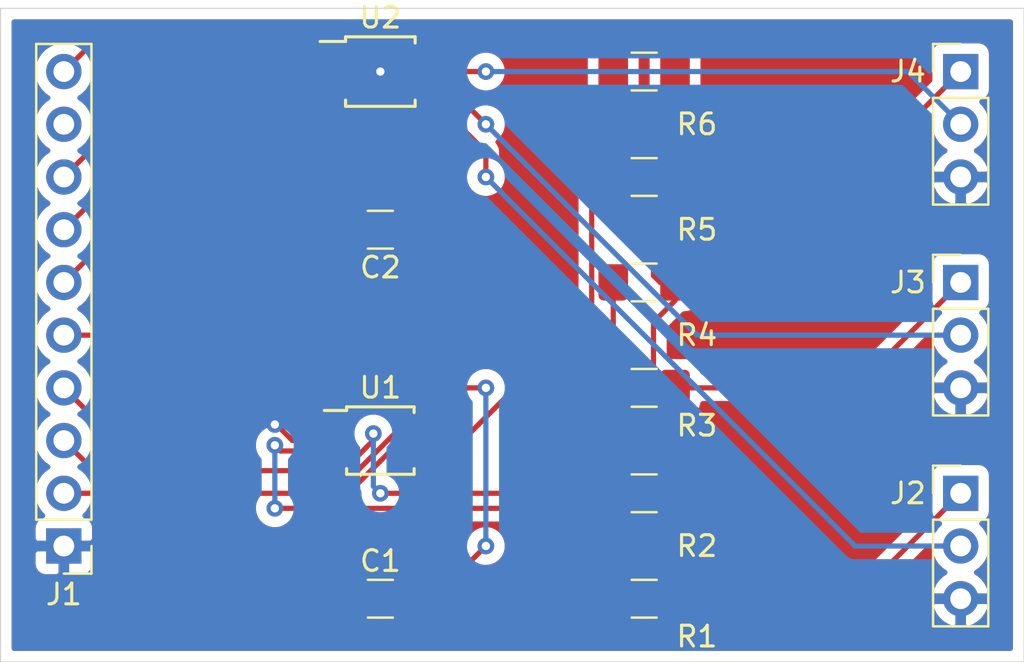
<source format=kicad_pcb>
(kicad_pcb (version 20171130) (host pcbnew 5.1.6-c6e7f7d~86~ubuntu18.04.1)

  (general
    (thickness 1.6)
    (drawings 4)
    (tracks 114)
    (zones 0)
    (modules 14)
    (nets 23)
  )

  (page A4)
  (layers
    (0 F.Cu signal)
    (31 B.Cu signal)
    (32 B.Adhes user)
    (33 F.Adhes user)
    (34 B.Paste user)
    (35 F.Paste user)
    (36 B.SilkS user)
    (37 F.SilkS user)
    (38 B.Mask user)
    (39 F.Mask user)
    (40 Dwgs.User user hide)
    (41 Cmts.User user hide)
    (42 Eco1.User user hide)
    (43 Eco2.User user hide)
    (44 Edge.Cuts user)
    (45 Margin user)
    (46 B.CrtYd user)
    (47 F.CrtYd user)
    (48 B.Fab user)
    (49 F.Fab user)
  )

  (setup
    (last_trace_width 0.25)
    (trace_clearance 0.2)
    (zone_clearance 0.508)
    (zone_45_only no)
    (trace_min 0.2)
    (via_size 0.8)
    (via_drill 0.4)
    (via_min_size 0.4)
    (via_min_drill 0.3)
    (uvia_size 0.3)
    (uvia_drill 0.1)
    (uvias_allowed no)
    (uvia_min_size 0.2)
    (uvia_min_drill 0.1)
    (edge_width 0.05)
    (segment_width 0.2)
    (pcb_text_width 0.3)
    (pcb_text_size 1.5 1.5)
    (mod_edge_width 0.12)
    (mod_text_size 1 1)
    (mod_text_width 0.15)
    (pad_size 1.7 1.7)
    (pad_drill 1)
    (pad_to_mask_clearance 0.051)
    (solder_mask_min_width 0.25)
    (aux_axis_origin 0 0)
    (visible_elements 7FFDFFFF)
    (pcbplotparams
      (layerselection 0x010fc_ffffffff)
      (usegerberextensions false)
      (usegerberattributes false)
      (usegerberadvancedattributes false)
      (creategerberjobfile false)
      (excludeedgelayer true)
      (linewidth 0.100000)
      (plotframeref false)
      (viasonmask false)
      (mode 1)
      (useauxorigin false)
      (hpglpennumber 1)
      (hpglpenspeed 20)
      (hpglpendiameter 15.000000)
      (psnegative false)
      (psa4output false)
      (plotreference true)
      (plotvalue true)
      (plotinvisibletext false)
      (padsonsilk false)
      (subtractmaskfromsilk false)
      (outputformat 1)
      (mirror false)
      (drillshape 0)
      (scaleselection 1)
      (outputdirectory ""))
  )

  (net 0 "")
  (net 1 GND)
  (net 2 +5V)
  (net 3 /PT_ADC_SDA)
  (net 4 /PT_ADC_SCL)
  (net 5 /PT_ADC_ALERT_RDY)
  (net 6 /PT_DAC_RDY_~BSY~)
  (net 7 /PT_DAC_~LDAC~)
  (net 8 /PT_DAC_SDA)
  (net 9 /PT_DAC_SCL)
  (net 10 "Net-(J1-Pad9)")
  (net 11 /PT0_VIN)
  (net 12 /PT0)
  (net 13 /PT1)
  (net 14 /PT1_VIN)
  (net 15 /PT2_VIN)
  (net 16 /PT2)
  (net 17 "Net-(R1-Pad2)")
  (net 18 "Net-(R2-Pad2)")
  (net 19 "Net-(R3-Pad2)")
  (net 20 "Net-(R5-Pad2)")
  (net 21 "Net-(U1-Pad7)")
  (net 22 "Net-(U2-Pad9)")

  (net_class Default "This is the default net class."
    (clearance 0.2)
    (trace_width 0.25)
    (via_dia 0.8)
    (via_drill 0.4)
    (uvia_dia 0.3)
    (uvia_drill 0.1)
    (add_net +5V)
    (add_net /PT0)
    (add_net /PT0_VIN)
    (add_net /PT1)
    (add_net /PT1_VIN)
    (add_net /PT2)
    (add_net /PT2_VIN)
    (add_net /PT_ADC_ALERT_RDY)
    (add_net /PT_ADC_SCL)
    (add_net /PT_ADC_SDA)
    (add_net /PT_DAC_RDY_~BSY~)
    (add_net /PT_DAC_SCL)
    (add_net /PT_DAC_SDA)
    (add_net /PT_DAC_~LDAC~)
    (add_net GND)
    (add_net "Net-(J1-Pad9)")
    (add_net "Net-(R1-Pad2)")
    (add_net "Net-(R2-Pad2)")
    (add_net "Net-(R3-Pad2)")
    (add_net "Net-(R5-Pad2)")
    (add_net "Net-(U1-Pad7)")
    (add_net "Net-(U2-Pad9)")
  )

  (module Resistor_SMD:R_1206_3216Metric_Pad1.42x1.75mm_HandSolder (layer F.Cu) (tedit 5B301BBD) (tstamp 5E881D02)
    (at 137.16 106.68 180)
    (descr "Resistor SMD 1206 (3216 Metric), square (rectangular) end terminal, IPC_7351 nominal with elongated pad for handsoldering. (Body size source: http://www.tortai-tech.com/upload/download/2011102023233369053.pdf), generated with kicad-footprint-generator")
    (tags "resistor handsolder")
    (path /5E828BA0)
    (attr smd)
    (fp_text reference R1 (at -2.54 -1.82) (layer F.SilkS)
      (effects (font (size 1 1) (thickness 0.15)))
    )
    (fp_text value 768 (at 0 1.82) (layer F.Fab)
      (effects (font (size 1 1) (thickness 0.15)))
    )
    (fp_line (start -1.6 0.8) (end -1.6 -0.8) (layer F.Fab) (width 0.1))
    (fp_line (start -1.6 -0.8) (end 1.6 -0.8) (layer F.Fab) (width 0.1))
    (fp_line (start 1.6 -0.8) (end 1.6 0.8) (layer F.Fab) (width 0.1))
    (fp_line (start 1.6 0.8) (end -1.6 0.8) (layer F.Fab) (width 0.1))
    (fp_line (start -0.602064 -0.91) (end 0.602064 -0.91) (layer F.SilkS) (width 0.12))
    (fp_line (start -0.602064 0.91) (end 0.602064 0.91) (layer F.SilkS) (width 0.12))
    (fp_line (start -2.45 1.12) (end -2.45 -1.12) (layer F.CrtYd) (width 0.05))
    (fp_line (start -2.45 -1.12) (end 2.45 -1.12) (layer F.CrtYd) (width 0.05))
    (fp_line (start 2.45 -1.12) (end 2.45 1.12) (layer F.CrtYd) (width 0.05))
    (fp_line (start 2.45 1.12) (end -2.45 1.12) (layer F.CrtYd) (width 0.05))
    (fp_text user %R (at 0 0) (layer F.Fab)
      (effects (font (size 0.8 0.8) (thickness 0.12)))
    )
    (pad 2 smd roundrect (at 1.4875 0 180) (size 1.425 1.75) (layers F.Cu F.Paste F.Mask) (roundrect_rratio 0.175439)
      (net 17 "Net-(R1-Pad2)"))
    (pad 1 smd roundrect (at -1.4875 0 180) (size 1.425 1.75) (layers F.Cu F.Paste F.Mask) (roundrect_rratio 0.175439)
      (net 11 /PT0_VIN))
    (model ${KISYS3DMOD}/Resistor_SMD.3dshapes/R_1206_3216Metric.wrl
      (at (xyz 0 0 0))
      (scale (xyz 1 1 1))
      (rotate (xyz 0 0 0))
    )
  )

  (module Package_SO:MSOP-10_3x3mm_P0.5mm (layer F.Cu) (tedit 5A02F25C) (tstamp 5E87E9DE)
    (at 124.46 81.28)
    (descr "10-Lead Plastic Micro Small Outline Package (MS) [MSOP] (see Microchip Packaging Specification 00000049BS.pdf)")
    (tags "SSOP 0.5")
    (path /5E864777)
    (attr smd)
    (fp_text reference U2 (at 0 -2.6) (layer F.SilkS)
      (effects (font (size 1 1) (thickness 0.15)))
    )
    (fp_text value MCP4728 (at 0 2.6) (layer F.Fab)
      (effects (font (size 1 1) (thickness 0.15)))
    )
    (fp_line (start -0.5 -1.5) (end 1.5 -1.5) (layer F.Fab) (width 0.15))
    (fp_line (start 1.5 -1.5) (end 1.5 1.5) (layer F.Fab) (width 0.15))
    (fp_line (start 1.5 1.5) (end -1.5 1.5) (layer F.Fab) (width 0.15))
    (fp_line (start -1.5 1.5) (end -1.5 -0.5) (layer F.Fab) (width 0.15))
    (fp_line (start -1.5 -0.5) (end -0.5 -1.5) (layer F.Fab) (width 0.15))
    (fp_line (start -3.15 -1.85) (end -3.15 1.85) (layer F.CrtYd) (width 0.05))
    (fp_line (start 3.15 -1.85) (end 3.15 1.85) (layer F.CrtYd) (width 0.05))
    (fp_line (start -3.15 -1.85) (end 3.15 -1.85) (layer F.CrtYd) (width 0.05))
    (fp_line (start -3.15 1.85) (end 3.15 1.85) (layer F.CrtYd) (width 0.05))
    (fp_line (start -1.675 -1.675) (end -1.675 -1.45) (layer F.SilkS) (width 0.15))
    (fp_line (start 1.675 -1.675) (end 1.675 -1.375) (layer F.SilkS) (width 0.15))
    (fp_line (start 1.675 1.675) (end 1.675 1.375) (layer F.SilkS) (width 0.15))
    (fp_line (start -1.675 1.675) (end -1.675 1.375) (layer F.SilkS) (width 0.15))
    (fp_line (start -1.675 -1.675) (end 1.675 -1.675) (layer F.SilkS) (width 0.15))
    (fp_line (start -1.675 1.675) (end 1.675 1.675) (layer F.SilkS) (width 0.15))
    (fp_line (start -1.675 -1.45) (end -2.9 -1.45) (layer F.SilkS) (width 0.15))
    (fp_text user %R (at 0 0) (layer F.Fab)
      (effects (font (size 0.6 0.6) (thickness 0.15)))
    )
    (pad 10 smd rect (at 2.2 -1) (size 1.4 0.3) (layers F.Cu F.Paste F.Mask)
      (net 1 GND))
    (pad 9 smd rect (at 2.2 -0.5) (size 1.4 0.3) (layers F.Cu F.Paste F.Mask)
      (net 22 "Net-(U2-Pad9)"))
    (pad 8 smd rect (at 2.2 0) (size 1.4 0.3) (layers F.Cu F.Paste F.Mask)
      (net 16 /PT2))
    (pad 7 smd rect (at 2.2 0.5) (size 1.4 0.3) (layers F.Cu F.Paste F.Mask)
      (net 13 /PT1))
    (pad 6 smd rect (at 2.2 1) (size 1.4 0.3) (layers F.Cu F.Paste F.Mask)
      (net 12 /PT0))
    (pad 5 smd rect (at -2.2 1) (size 1.4 0.3) (layers F.Cu F.Paste F.Mask)
      (net 6 /PT_DAC_RDY_~BSY~))
    (pad 4 smd rect (at -2.2 0.5) (size 1.4 0.3) (layers F.Cu F.Paste F.Mask)
      (net 7 /PT_DAC_~LDAC~))
    (pad 3 smd rect (at -2.2 0) (size 1.4 0.3) (layers F.Cu F.Paste F.Mask)
      (net 8 /PT_DAC_SDA))
    (pad 2 smd rect (at -2.2 -0.5) (size 1.4 0.3) (layers F.Cu F.Paste F.Mask)
      (net 9 /PT_DAC_SCL))
    (pad 1 smd rect (at -2.2 -1) (size 1.4 0.3) (layers F.Cu F.Paste F.Mask)
      (net 2 +5V))
    (model ${KISYS3DMOD}/Package_SO.3dshapes/MSOP-10_3x3mm_P0.5mm.wrl
      (at (xyz 0 0 0))
      (scale (xyz 1 1 1))
      (rotate (xyz 0 0 0))
    )
  )

  (module Package_SO:TSSOP-10_3x3mm_P0.5mm (layer F.Cu) (tedit 5A02F25C) (tstamp 5E880034)
    (at 124.46 99.06)
    (descr "TSSOP10: plastic thin shrink small outline package; 10 leads; body width 3 mm; (see NXP SSOP-TSSOP-VSO-REFLOW.pdf and sot552-1_po.pdf)")
    (tags "SSOP 0.5")
    (path /5E81624C)
    (attr smd)
    (fp_text reference U1 (at 0 -2.55) (layer F.SilkS)
      (effects (font (size 1 1) (thickness 0.15)))
    )
    (fp_text value ADS1015IDGS (at 0 2.55) (layer F.Fab)
      (effects (font (size 1 1) (thickness 0.15)))
    )
    (fp_line (start -0.5 -1.5) (end 1.5 -1.5) (layer F.Fab) (width 0.15))
    (fp_line (start 1.5 -1.5) (end 1.5 1.5) (layer F.Fab) (width 0.15))
    (fp_line (start 1.5 1.5) (end -1.5 1.5) (layer F.Fab) (width 0.15))
    (fp_line (start -1.5 1.5) (end -1.5 -0.5) (layer F.Fab) (width 0.15))
    (fp_line (start -1.5 -0.5) (end -0.5 -1.5) (layer F.Fab) (width 0.15))
    (fp_line (start -2.95 -1.8) (end -2.95 1.8) (layer F.CrtYd) (width 0.05))
    (fp_line (start 2.95 -1.8) (end 2.95 1.8) (layer F.CrtYd) (width 0.05))
    (fp_line (start -2.95 -1.8) (end 2.95 -1.8) (layer F.CrtYd) (width 0.05))
    (fp_line (start -2.95 1.8) (end 2.95 1.8) (layer F.CrtYd) (width 0.05))
    (fp_line (start -1.625 -1.625) (end -1.625 -1.45) (layer F.SilkS) (width 0.15))
    (fp_line (start 1.625 -1.625) (end 1.625 -1.35) (layer F.SilkS) (width 0.15))
    (fp_line (start 1.625 1.625) (end 1.625 1.35) (layer F.SilkS) (width 0.15))
    (fp_line (start -1.625 1.625) (end -1.625 1.35) (layer F.SilkS) (width 0.15))
    (fp_line (start -1.625 -1.625) (end 1.625 -1.625) (layer F.SilkS) (width 0.15))
    (fp_line (start -1.625 1.625) (end 1.625 1.625) (layer F.SilkS) (width 0.15))
    (fp_line (start -1.625 -1.45) (end -2.7 -1.45) (layer F.SilkS) (width 0.15))
    (fp_text user %R (at 0 0) (layer F.Fab)
      (effects (font (size 0.6 0.6) (thickness 0.15)))
    )
    (pad 10 smd rect (at 2.15 -1) (size 1.1 0.25) (layers F.Cu F.Paste F.Mask)
      (net 4 /PT_ADC_SCL))
    (pad 9 smd rect (at 2.15 -0.5) (size 1.1 0.25) (layers F.Cu F.Paste F.Mask)
      (net 3 /PT_ADC_SDA))
    (pad 8 smd rect (at 2.15 0) (size 1.1 0.25) (layers F.Cu F.Paste F.Mask)
      (net 2 +5V))
    (pad 7 smd rect (at 2.15 0.5) (size 1.1 0.25) (layers F.Cu F.Paste F.Mask)
      (net 21 "Net-(U1-Pad7)"))
    (pad 6 smd rect (at 2.15 1) (size 1.1 0.25) (layers F.Cu F.Paste F.Mask)
      (net 20 "Net-(R5-Pad2)"))
    (pad 5 smd rect (at -2.15 1) (size 1.1 0.25) (layers F.Cu F.Paste F.Mask)
      (net 19 "Net-(R3-Pad2)"))
    (pad 4 smd rect (at -2.15 0.5) (size 1.1 0.25) (layers F.Cu F.Paste F.Mask)
      (net 17 "Net-(R1-Pad2)"))
    (pad 3 smd rect (at -2.15 0) (size 1.1 0.25) (layers F.Cu F.Paste F.Mask)
      (net 1 GND))
    (pad 2 smd rect (at -2.15 -0.5) (size 1.1 0.25) (layers F.Cu F.Paste F.Mask)
      (net 5 /PT_ADC_ALERT_RDY))
    (pad 1 smd rect (at -2.15 -1) (size 1.1 0.25) (layers F.Cu F.Paste F.Mask)
      (net 2 +5V))
    (model ${KISYS3DMOD}/Package_SO.3dshapes/TSSOP-10_3x3mm_P0.5mm.wrl
      (at (xyz 0 0 0))
      (scale (xyz 1 1 1))
      (rotate (xyz 0 0 0))
    )
  )

  (module Resistor_SMD:R_1206_3216Metric_Pad1.42x1.75mm_HandSolder (layer F.Cu) (tedit 5B301BBD) (tstamp 5E881D62)
    (at 137.16 81.28)
    (descr "Resistor SMD 1206 (3216 Metric), square (rectangular) end terminal, IPC_7351 nominal with elongated pad for handsoldering. (Body size source: http://www.tortai-tech.com/upload/download/2011102023233369053.pdf), generated with kicad-footprint-generator")
    (tags "resistor handsolder")
    (path /5E82E2E2)
    (attr smd)
    (fp_text reference R6 (at 2.54 2.54) (layer F.SilkS)
      (effects (font (size 1 1) (thickness 0.15)))
    )
    (fp_text value 100 (at 0 1.82) (layer F.Fab)
      (effects (font (size 1 1) (thickness 0.15)))
    )
    (fp_line (start -1.6 0.8) (end -1.6 -0.8) (layer F.Fab) (width 0.1))
    (fp_line (start -1.6 -0.8) (end 1.6 -0.8) (layer F.Fab) (width 0.1))
    (fp_line (start 1.6 -0.8) (end 1.6 0.8) (layer F.Fab) (width 0.1))
    (fp_line (start 1.6 0.8) (end -1.6 0.8) (layer F.Fab) (width 0.1))
    (fp_line (start -0.602064 -0.91) (end 0.602064 -0.91) (layer F.SilkS) (width 0.12))
    (fp_line (start -0.602064 0.91) (end 0.602064 0.91) (layer F.SilkS) (width 0.12))
    (fp_line (start -2.45 1.12) (end -2.45 -1.12) (layer F.CrtYd) (width 0.05))
    (fp_line (start -2.45 -1.12) (end 2.45 -1.12) (layer F.CrtYd) (width 0.05))
    (fp_line (start 2.45 -1.12) (end 2.45 1.12) (layer F.CrtYd) (width 0.05))
    (fp_line (start 2.45 1.12) (end -2.45 1.12) (layer F.CrtYd) (width 0.05))
    (fp_text user %R (at 0 0) (layer F.Fab)
      (effects (font (size 0.8 0.8) (thickness 0.12)))
    )
    (pad 2 smd roundrect (at 1.4875 0) (size 1.425 1.75) (layers F.Cu F.Paste F.Mask) (roundrect_rratio 0.175439)
      (net 18 "Net-(R2-Pad2)"))
    (pad 1 smd roundrect (at -1.4875 0) (size 1.425 1.75) (layers F.Cu F.Paste F.Mask) (roundrect_rratio 0.175439)
      (net 20 "Net-(R5-Pad2)"))
    (model ${KISYS3DMOD}/Resistor_SMD.3dshapes/R_1206_3216Metric.wrl
      (at (xyz 0 0 0))
      (scale (xyz 1 1 1))
      (rotate (xyz 0 0 0))
    )
  )

  (module Resistor_SMD:R_1206_3216Metric_Pad1.42x1.75mm_HandSolder (layer F.Cu) (tedit 5B301BBD) (tstamp 5E881D92)
    (at 137.16 86.36 180)
    (descr "Resistor SMD 1206 (3216 Metric), square (rectangular) end terminal, IPC_7351 nominal with elongated pad for handsoldering. (Body size source: http://www.tortai-tech.com/upload/download/2011102023233369053.pdf), generated with kicad-footprint-generator")
    (tags "resistor handsolder")
    (path /5E82CBE6)
    (attr smd)
    (fp_text reference R5 (at -2.54 -2.54) (layer F.SilkS)
      (effects (font (size 1 1) (thickness 0.15)))
    )
    (fp_text value 768 (at 0 1.82) (layer F.Fab)
      (effects (font (size 1 1) (thickness 0.15)))
    )
    (fp_line (start -1.6 0.8) (end -1.6 -0.8) (layer F.Fab) (width 0.1))
    (fp_line (start -1.6 -0.8) (end 1.6 -0.8) (layer F.Fab) (width 0.1))
    (fp_line (start 1.6 -0.8) (end 1.6 0.8) (layer F.Fab) (width 0.1))
    (fp_line (start 1.6 0.8) (end -1.6 0.8) (layer F.Fab) (width 0.1))
    (fp_line (start -0.602064 -0.91) (end 0.602064 -0.91) (layer F.SilkS) (width 0.12))
    (fp_line (start -0.602064 0.91) (end 0.602064 0.91) (layer F.SilkS) (width 0.12))
    (fp_line (start -2.45 1.12) (end -2.45 -1.12) (layer F.CrtYd) (width 0.05))
    (fp_line (start -2.45 -1.12) (end 2.45 -1.12) (layer F.CrtYd) (width 0.05))
    (fp_line (start 2.45 -1.12) (end 2.45 1.12) (layer F.CrtYd) (width 0.05))
    (fp_line (start 2.45 1.12) (end -2.45 1.12) (layer F.CrtYd) (width 0.05))
    (fp_text user %R (at 0 0) (layer F.Fab)
      (effects (font (size 0.8 0.8) (thickness 0.12)))
    )
    (pad 2 smd roundrect (at 1.4875 0 180) (size 1.425 1.75) (layers F.Cu F.Paste F.Mask) (roundrect_rratio 0.175439)
      (net 20 "Net-(R5-Pad2)"))
    (pad 1 smd roundrect (at -1.4875 0 180) (size 1.425 1.75) (layers F.Cu F.Paste F.Mask) (roundrect_rratio 0.175439)
      (net 15 /PT2_VIN))
    (model ${KISYS3DMOD}/Resistor_SMD.3dshapes/R_1206_3216Metric.wrl
      (at (xyz 0 0 0))
      (scale (xyz 1 1 1))
      (rotate (xyz 0 0 0))
    )
  )

  (module Resistor_SMD:R_1206_3216Metric_Pad1.42x1.75mm_HandSolder (layer F.Cu) (tedit 5B301BBD) (tstamp 5E883B20)
    (at 137.16 91.44)
    (descr "Resistor SMD 1206 (3216 Metric), square (rectangular) end terminal, IPC_7351 nominal with elongated pad for handsoldering. (Body size source: http://www.tortai-tech.com/upload/download/2011102023233369053.pdf), generated with kicad-footprint-generator")
    (tags "resistor handsolder")
    (path /5E82E2DC)
    (attr smd)
    (fp_text reference R4 (at 2.54 2.54) (layer F.SilkS)
      (effects (font (size 1 1) (thickness 0.15)))
    )
    (fp_text value 100 (at 0 1.82) (layer F.Fab)
      (effects (font (size 1 1) (thickness 0.15)))
    )
    (fp_line (start -1.6 0.8) (end -1.6 -0.8) (layer F.Fab) (width 0.1))
    (fp_line (start -1.6 -0.8) (end 1.6 -0.8) (layer F.Fab) (width 0.1))
    (fp_line (start 1.6 -0.8) (end 1.6 0.8) (layer F.Fab) (width 0.1))
    (fp_line (start 1.6 0.8) (end -1.6 0.8) (layer F.Fab) (width 0.1))
    (fp_line (start -0.602064 -0.91) (end 0.602064 -0.91) (layer F.SilkS) (width 0.12))
    (fp_line (start -0.602064 0.91) (end 0.602064 0.91) (layer F.SilkS) (width 0.12))
    (fp_line (start -2.45 1.12) (end -2.45 -1.12) (layer F.CrtYd) (width 0.05))
    (fp_line (start -2.45 -1.12) (end 2.45 -1.12) (layer F.CrtYd) (width 0.05))
    (fp_line (start 2.45 -1.12) (end 2.45 1.12) (layer F.CrtYd) (width 0.05))
    (fp_line (start 2.45 1.12) (end -2.45 1.12) (layer F.CrtYd) (width 0.05))
    (fp_text user %R (at 0 0) (layer F.Fab)
      (effects (font (size 0.8 0.8) (thickness 0.12)))
    )
    (pad 2 smd roundrect (at 1.4875 0) (size 1.425 1.75) (layers F.Cu F.Paste F.Mask) (roundrect_rratio 0.175439)
      (net 18 "Net-(R2-Pad2)"))
    (pad 1 smd roundrect (at -1.4875 0) (size 1.425 1.75) (layers F.Cu F.Paste F.Mask) (roundrect_rratio 0.175439)
      (net 19 "Net-(R3-Pad2)"))
    (model ${KISYS3DMOD}/Resistor_SMD.3dshapes/R_1206_3216Metric.wrl
      (at (xyz 0 0 0))
      (scale (xyz 1 1 1))
      (rotate (xyz 0 0 0))
    )
  )

  (module Resistor_SMD:R_1206_3216Metric_Pad1.42x1.75mm_HandSolder (layer F.Cu) (tedit 5B301BBD) (tstamp 5E880954)
    (at 137.16 96.52 180)
    (descr "Resistor SMD 1206 (3216 Metric), square (rectangular) end terminal, IPC_7351 nominal with elongated pad for handsoldering. (Body size source: http://www.tortai-tech.com/upload/download/2011102023233369053.pdf), generated with kicad-footprint-generator")
    (tags "resistor handsolder")
    (path /5E82C573)
    (attr smd)
    (fp_text reference R3 (at -2.54 -1.82) (layer F.SilkS)
      (effects (font (size 1 1) (thickness 0.15)))
    )
    (fp_text value 768 (at 0 1.82) (layer F.Fab)
      (effects (font (size 1 1) (thickness 0.15)))
    )
    (fp_line (start -1.6 0.8) (end -1.6 -0.8) (layer F.Fab) (width 0.1))
    (fp_line (start -1.6 -0.8) (end 1.6 -0.8) (layer F.Fab) (width 0.1))
    (fp_line (start 1.6 -0.8) (end 1.6 0.8) (layer F.Fab) (width 0.1))
    (fp_line (start 1.6 0.8) (end -1.6 0.8) (layer F.Fab) (width 0.1))
    (fp_line (start -0.602064 -0.91) (end 0.602064 -0.91) (layer F.SilkS) (width 0.12))
    (fp_line (start -0.602064 0.91) (end 0.602064 0.91) (layer F.SilkS) (width 0.12))
    (fp_line (start -2.45 1.12) (end -2.45 -1.12) (layer F.CrtYd) (width 0.05))
    (fp_line (start -2.45 -1.12) (end 2.45 -1.12) (layer F.CrtYd) (width 0.05))
    (fp_line (start 2.45 -1.12) (end 2.45 1.12) (layer F.CrtYd) (width 0.05))
    (fp_line (start 2.45 1.12) (end -2.45 1.12) (layer F.CrtYd) (width 0.05))
    (fp_text user %R (at 0 0) (layer F.Fab)
      (effects (font (size 0.8 0.8) (thickness 0.12)))
    )
    (pad 2 smd roundrect (at 1.4875 0 180) (size 1.425 1.75) (layers F.Cu F.Paste F.Mask) (roundrect_rratio 0.175439)
      (net 19 "Net-(R3-Pad2)"))
    (pad 1 smd roundrect (at -1.4875 0 180) (size 1.425 1.75) (layers F.Cu F.Paste F.Mask) (roundrect_rratio 0.175439)
      (net 14 /PT1_VIN))
    (model ${KISYS3DMOD}/Resistor_SMD.3dshapes/R_1206_3216Metric.wrl
      (at (xyz 0 0 0))
      (scale (xyz 1 1 1))
      (rotate (xyz 0 0 0))
    )
  )

  (module Resistor_SMD:R_1206_3216Metric_Pad1.42x1.75mm_HandSolder (layer F.Cu) (tedit 5B301BBD) (tstamp 5E881D32)
    (at 137.16 101.6)
    (descr "Resistor SMD 1206 (3216 Metric), square (rectangular) end terminal, IPC_7351 nominal with elongated pad for handsoldering. (Body size source: http://www.tortai-tech.com/upload/download/2011102023233369053.pdf), generated with kicad-footprint-generator")
    (tags "resistor handsolder")
    (path /5E82E2D6)
    (attr smd)
    (fp_text reference R2 (at 2.54 2.54) (layer F.SilkS)
      (effects (font (size 1 1) (thickness 0.15)))
    )
    (fp_text value 100 (at 0 1.82) (layer F.Fab)
      (effects (font (size 1 1) (thickness 0.15)))
    )
    (fp_line (start -1.6 0.8) (end -1.6 -0.8) (layer F.Fab) (width 0.1))
    (fp_line (start -1.6 -0.8) (end 1.6 -0.8) (layer F.Fab) (width 0.1))
    (fp_line (start 1.6 -0.8) (end 1.6 0.8) (layer F.Fab) (width 0.1))
    (fp_line (start 1.6 0.8) (end -1.6 0.8) (layer F.Fab) (width 0.1))
    (fp_line (start -0.602064 -0.91) (end 0.602064 -0.91) (layer F.SilkS) (width 0.12))
    (fp_line (start -0.602064 0.91) (end 0.602064 0.91) (layer F.SilkS) (width 0.12))
    (fp_line (start -2.45 1.12) (end -2.45 -1.12) (layer F.CrtYd) (width 0.05))
    (fp_line (start -2.45 -1.12) (end 2.45 -1.12) (layer F.CrtYd) (width 0.05))
    (fp_line (start 2.45 -1.12) (end 2.45 1.12) (layer F.CrtYd) (width 0.05))
    (fp_line (start 2.45 1.12) (end -2.45 1.12) (layer F.CrtYd) (width 0.05))
    (fp_text user %R (at 0 0) (layer F.Fab)
      (effects (font (size 0.8 0.8) (thickness 0.12)))
    )
    (pad 2 smd roundrect (at 1.4875 0) (size 1.425 1.75) (layers F.Cu F.Paste F.Mask) (roundrect_rratio 0.175439)
      (net 18 "Net-(R2-Pad2)"))
    (pad 1 smd roundrect (at -1.4875 0) (size 1.425 1.75) (layers F.Cu F.Paste F.Mask) (roundrect_rratio 0.175439)
      (net 17 "Net-(R1-Pad2)"))
    (model ${KISYS3DMOD}/Resistor_SMD.3dshapes/R_1206_3216Metric.wrl
      (at (xyz 0 0 0))
      (scale (xyz 1 1 1))
      (rotate (xyz 0 0 0))
    )
  )

  (module Connector_PinHeader_2.54mm:PinHeader_1x03_P2.54mm_Vertical (layer F.Cu) (tedit 59FED5CC) (tstamp 5E87E7AA)
    (at 152.4 81.28)
    (descr "Through hole straight pin header, 1x03, 2.54mm pitch, single row")
    (tags "Through hole pin header THT 1x03 2.54mm single row")
    (path /5E855008)
    (fp_text reference J4 (at -2.54 0) (layer F.SilkS)
      (effects (font (size 1 1) (thickness 0.15)))
    )
    (fp_text value Conn_01x03 (at 0 7.41) (layer F.Fab)
      (effects (font (size 1 1) (thickness 0.15)))
    )
    (fp_line (start -0.635 -1.27) (end 1.27 -1.27) (layer F.Fab) (width 0.1))
    (fp_line (start 1.27 -1.27) (end 1.27 6.35) (layer F.Fab) (width 0.1))
    (fp_line (start 1.27 6.35) (end -1.27 6.35) (layer F.Fab) (width 0.1))
    (fp_line (start -1.27 6.35) (end -1.27 -0.635) (layer F.Fab) (width 0.1))
    (fp_line (start -1.27 -0.635) (end -0.635 -1.27) (layer F.Fab) (width 0.1))
    (fp_line (start -1.33 6.41) (end 1.33 6.41) (layer F.SilkS) (width 0.12))
    (fp_line (start -1.33 1.27) (end -1.33 6.41) (layer F.SilkS) (width 0.12))
    (fp_line (start 1.33 1.27) (end 1.33 6.41) (layer F.SilkS) (width 0.12))
    (fp_line (start -1.33 1.27) (end 1.33 1.27) (layer F.SilkS) (width 0.12))
    (fp_line (start -1.33 0) (end -1.33 -1.33) (layer F.SilkS) (width 0.12))
    (fp_line (start -1.33 -1.33) (end 0 -1.33) (layer F.SilkS) (width 0.12))
    (fp_line (start -1.8 -1.8) (end -1.8 6.85) (layer F.CrtYd) (width 0.05))
    (fp_line (start -1.8 6.85) (end 1.8 6.85) (layer F.CrtYd) (width 0.05))
    (fp_line (start 1.8 6.85) (end 1.8 -1.8) (layer F.CrtYd) (width 0.05))
    (fp_line (start 1.8 -1.8) (end -1.8 -1.8) (layer F.CrtYd) (width 0.05))
    (fp_text user %R (at 0 2.54 90) (layer F.Fab)
      (effects (font (size 1 1) (thickness 0.15)))
    )
    (pad 3 thru_hole oval (at 0 5.08) (size 1.7 1.7) (drill 1) (layers *.Cu *.Mask)
      (net 1 GND))
    (pad 2 thru_hole oval (at 0 2.54) (size 1.7 1.7) (drill 1) (layers *.Cu *.Mask)
      (net 16 /PT2))
    (pad 1 thru_hole rect (at 0 0) (size 1.7 1.7) (drill 1) (layers *.Cu *.Mask)
      (net 15 /PT2_VIN))
    (model ${KISYS3DMOD}/Connector_PinHeader_2.54mm.3dshapes/PinHeader_1x03_P2.54mm_Vertical.wrl
      (at (xyz 0 0 0))
      (scale (xyz 1 1 1))
      (rotate (xyz 0 0 0))
    )
  )

  (module Connector_PinHeader_2.54mm:PinHeader_1x03_P2.54mm_Vertical (layer F.Cu) (tedit 59FED5CC) (tstamp 5E87E2B9)
    (at 152.4 91.44)
    (descr "Through hole straight pin header, 1x03, 2.54mm pitch, single row")
    (tags "Through hole pin header THT 1x03 2.54mm single row")
    (path /5E854D18)
    (fp_text reference J3 (at -2.54 0) (layer F.SilkS)
      (effects (font (size 1 1) (thickness 0.15)))
    )
    (fp_text value Conn_01x03 (at 0 7.41) (layer F.Fab)
      (effects (font (size 1 1) (thickness 0.15)))
    )
    (fp_line (start -0.635 -1.27) (end 1.27 -1.27) (layer F.Fab) (width 0.1))
    (fp_line (start 1.27 -1.27) (end 1.27 6.35) (layer F.Fab) (width 0.1))
    (fp_line (start 1.27 6.35) (end -1.27 6.35) (layer F.Fab) (width 0.1))
    (fp_line (start -1.27 6.35) (end -1.27 -0.635) (layer F.Fab) (width 0.1))
    (fp_line (start -1.27 -0.635) (end -0.635 -1.27) (layer F.Fab) (width 0.1))
    (fp_line (start -1.33 6.41) (end 1.33 6.41) (layer F.SilkS) (width 0.12))
    (fp_line (start -1.33 1.27) (end -1.33 6.41) (layer F.SilkS) (width 0.12))
    (fp_line (start 1.33 1.27) (end 1.33 6.41) (layer F.SilkS) (width 0.12))
    (fp_line (start -1.33 1.27) (end 1.33 1.27) (layer F.SilkS) (width 0.12))
    (fp_line (start -1.33 0) (end -1.33 -1.33) (layer F.SilkS) (width 0.12))
    (fp_line (start -1.33 -1.33) (end 0 -1.33) (layer F.SilkS) (width 0.12))
    (fp_line (start -1.8 -1.8) (end -1.8 6.85) (layer F.CrtYd) (width 0.05))
    (fp_line (start -1.8 6.85) (end 1.8 6.85) (layer F.CrtYd) (width 0.05))
    (fp_line (start 1.8 6.85) (end 1.8 -1.8) (layer F.CrtYd) (width 0.05))
    (fp_line (start 1.8 -1.8) (end -1.8 -1.8) (layer F.CrtYd) (width 0.05))
    (fp_text user %R (at 0 2.54 90) (layer F.Fab)
      (effects (font (size 1 1) (thickness 0.15)))
    )
    (pad 3 thru_hole oval (at 0 5.08) (size 1.7 1.7) (drill 1) (layers *.Cu *.Mask)
      (net 1 GND))
    (pad 2 thru_hole oval (at 0 2.54) (size 1.7 1.7) (drill 1) (layers *.Cu *.Mask)
      (net 13 /PT1))
    (pad 1 thru_hole rect (at 0 0) (size 1.7 1.7) (drill 1) (layers *.Cu *.Mask)
      (net 14 /PT1_VIN))
    (model ${KISYS3DMOD}/Connector_PinHeader_2.54mm.3dshapes/PinHeader_1x03_P2.54mm_Vertical.wrl
      (at (xyz 0 0 0))
      (scale (xyz 1 1 1))
      (rotate (xyz 0 0 0))
    )
  )

  (module Connector_PinHeader_2.54mm:PinHeader_1x03_P2.54mm_Vertical (layer F.Cu) (tedit 5E87EB98) (tstamp 5E87F613)
    (at 152.4 101.6)
    (descr "Through hole straight pin header, 1x03, 2.54mm pitch, single row")
    (tags "Through hole pin header THT 1x03 2.54mm single row")
    (path /5E853767)
    (fp_text reference J2 (at -2.54 0) (layer F.SilkS)
      (effects (font (size 1 1) (thickness 0.15)))
    )
    (fp_text value Conn_01x03 (at 0 7.41) (layer F.Fab)
      (effects (font (size 1 1) (thickness 0.15)))
    )
    (fp_line (start -0.635 -1.27) (end 1.27 -1.27) (layer F.Fab) (width 0.1))
    (fp_line (start 1.27 -1.27) (end 1.27 6.35) (layer F.Fab) (width 0.1))
    (fp_line (start 1.27 6.35) (end -1.27 6.35) (layer F.Fab) (width 0.1))
    (fp_line (start -1.27 6.35) (end -1.27 -0.635) (layer F.Fab) (width 0.1))
    (fp_line (start -1.27 -0.635) (end -0.635 -1.27) (layer F.Fab) (width 0.1))
    (fp_line (start -1.33 6.41) (end 1.33 6.41) (layer F.SilkS) (width 0.12))
    (fp_line (start -1.33 1.27) (end -1.33 6.41) (layer F.SilkS) (width 0.12))
    (fp_line (start 1.33 1.27) (end 1.33 6.41) (layer F.SilkS) (width 0.12))
    (fp_line (start -1.33 1.27) (end 1.33 1.27) (layer F.SilkS) (width 0.12))
    (fp_line (start -1.33 0) (end -1.33 -1.33) (layer F.SilkS) (width 0.12))
    (fp_line (start -1.33 -1.33) (end 0 -1.33) (layer F.SilkS) (width 0.12))
    (fp_line (start -1.8 -1.8) (end -1.8 6.85) (layer F.CrtYd) (width 0.05))
    (fp_line (start -1.8 6.85) (end 1.8 6.85) (layer F.CrtYd) (width 0.05))
    (fp_line (start 1.8 6.85) (end 1.8 -1.8) (layer F.CrtYd) (width 0.05))
    (fp_line (start 1.8 -1.8) (end -1.8 -1.8) (layer F.CrtYd) (width 0.05))
    (fp_text user %R (at 0 2.54 90) (layer F.Fab)
      (effects (font (size 1 1) (thickness 0.15)))
    )
    (pad 3 thru_hole oval (at 0 5.08) (size 1.7 1.7) (drill 1) (layers *.Cu *.Mask)
      (net 1 GND))
    (pad 2 thru_hole oval (at 0 2.54) (size 1.7 1.7) (drill 1) (layers *.Cu *.Mask)
      (net 12 /PT0))
    (pad 1 thru_hole rect (at 0 0) (size 1.7 1.7) (drill 1) (layers *.Cu *.Mask)
      (net 11 /PT0_VIN))
    (model ${KISYS3DMOD}/Connector_PinHeader_2.54mm.3dshapes/PinHeader_1x03_P2.54mm_Vertical.wrl
      (at (xyz 0 0 0))
      (scale (xyz 1 1 1))
      (rotate (xyz 0 0 0))
    )
  )

  (module Connector_PinHeader_2.54mm:PinHeader_1x10_P2.54mm_Vertical (layer F.Cu) (tedit 59FED5CC) (tstamp 5E87F462)
    (at 109.22 104.14 180)
    (descr "Through hole straight pin header, 1x10, 2.54mm pitch, single row")
    (tags "Through hole pin header THT 1x10 2.54mm single row")
    (path /5E83F230)
    (fp_text reference J1 (at 0 -2.33) (layer F.SilkS)
      (effects (font (size 1 1) (thickness 0.15)))
    )
    (fp_text value Conn_01x10 (at 0 25.19) (layer F.Fab)
      (effects (font (size 1 1) (thickness 0.15)))
    )
    (fp_line (start -0.635 -1.27) (end 1.27 -1.27) (layer F.Fab) (width 0.1))
    (fp_line (start 1.27 -1.27) (end 1.27 24.13) (layer F.Fab) (width 0.1))
    (fp_line (start 1.27 24.13) (end -1.27 24.13) (layer F.Fab) (width 0.1))
    (fp_line (start -1.27 24.13) (end -1.27 -0.635) (layer F.Fab) (width 0.1))
    (fp_line (start -1.27 -0.635) (end -0.635 -1.27) (layer F.Fab) (width 0.1))
    (fp_line (start -1.33 24.19) (end 1.33 24.19) (layer F.SilkS) (width 0.12))
    (fp_line (start -1.33 1.27) (end -1.33 24.19) (layer F.SilkS) (width 0.12))
    (fp_line (start 1.33 1.27) (end 1.33 24.19) (layer F.SilkS) (width 0.12))
    (fp_line (start -1.33 1.27) (end 1.33 1.27) (layer F.SilkS) (width 0.12))
    (fp_line (start -1.33 0) (end -1.33 -1.33) (layer F.SilkS) (width 0.12))
    (fp_line (start -1.33 -1.33) (end 0 -1.33) (layer F.SilkS) (width 0.12))
    (fp_line (start -1.8 -1.8) (end -1.8 24.65) (layer F.CrtYd) (width 0.05))
    (fp_line (start -1.8 24.65) (end 1.8 24.65) (layer F.CrtYd) (width 0.05))
    (fp_line (start 1.8 24.65) (end 1.8 -1.8) (layer F.CrtYd) (width 0.05))
    (fp_line (start 1.8 -1.8) (end -1.8 -1.8) (layer F.CrtYd) (width 0.05))
    (fp_text user %R (at 0 11.43 90) (layer F.Fab)
      (effects (font (size 1 1) (thickness 0.15)))
    )
    (pad 10 thru_hole oval (at 0 22.86 180) (size 1.7 1.7) (drill 1) (layers *.Cu *.Mask)
      (net 2 +5V))
    (pad 9 thru_hole oval (at 0 20.32 180) (size 1.7 1.7) (drill 1) (layers *.Cu *.Mask)
      (net 10 "Net-(J1-Pad9)"))
    (pad 8 thru_hole oval (at 0 17.78 180) (size 1.7 1.7) (drill 1) (layers *.Cu *.Mask)
      (net 9 /PT_DAC_SCL))
    (pad 7 thru_hole oval (at 0 15.24 180) (size 1.7 1.7) (drill 1) (layers *.Cu *.Mask)
      (net 8 /PT_DAC_SDA))
    (pad 6 thru_hole oval (at 0 12.7 180) (size 1.7 1.7) (drill 1) (layers *.Cu *.Mask)
      (net 7 /PT_DAC_~LDAC~))
    (pad 5 thru_hole oval (at 0 10.16 180) (size 1.7 1.7) (drill 1) (layers *.Cu *.Mask)
      (net 6 /PT_DAC_RDY_~BSY~))
    (pad 4 thru_hole oval (at 0 7.62 180) (size 1.7 1.7) (drill 1) (layers *.Cu *.Mask)
      (net 5 /PT_ADC_ALERT_RDY))
    (pad 3 thru_hole oval (at 0 5.08 180) (size 1.7 1.7) (drill 1) (layers *.Cu *.Mask)
      (net 4 /PT_ADC_SCL))
    (pad 2 thru_hole oval (at 0 2.54 180) (size 1.7 1.7) (drill 1) (layers *.Cu *.Mask)
      (net 3 /PT_ADC_SDA))
    (pad 1 thru_hole rect (at 0 0 180) (size 1.7 1.7) (drill 1) (layers *.Cu *.Mask)
      (net 1 GND))
    (model ${KISYS3DMOD}/Connector_PinHeader_2.54mm.3dshapes/PinHeader_1x10_P2.54mm_Vertical.wrl
      (at (xyz 0 0 0))
      (scale (xyz 1 1 1))
      (rotate (xyz 0 0 0))
    )
  )

  (module Capacitor_SMD:C_1206_3216Metric_Pad1.42x1.75mm_HandSolder (layer F.Cu) (tedit 5B301BBE) (tstamp 5E87EEF9)
    (at 124.46 88.9 180)
    (descr "Capacitor SMD 1206 (3216 Metric), square (rectangular) end terminal, IPC_7351 nominal with elongated pad for handsoldering. (Body size source: http://www.tortai-tech.com/upload/download/2011102023233369053.pdf), generated with kicad-footprint-generator")
    (tags "capacitor handsolder")
    (path /5E8662DC)
    (attr smd)
    (fp_text reference C2 (at 0 -1.82) (layer F.SilkS)
      (effects (font (size 1 1) (thickness 0.15)))
    )
    (fp_text value .1uF (at 0 1.82) (layer F.Fab)
      (effects (font (size 1 1) (thickness 0.15)))
    )
    (fp_line (start -1.6 0.8) (end -1.6 -0.8) (layer F.Fab) (width 0.1))
    (fp_line (start -1.6 -0.8) (end 1.6 -0.8) (layer F.Fab) (width 0.1))
    (fp_line (start 1.6 -0.8) (end 1.6 0.8) (layer F.Fab) (width 0.1))
    (fp_line (start 1.6 0.8) (end -1.6 0.8) (layer F.Fab) (width 0.1))
    (fp_line (start -0.602064 -0.91) (end 0.602064 -0.91) (layer F.SilkS) (width 0.12))
    (fp_line (start -0.602064 0.91) (end 0.602064 0.91) (layer F.SilkS) (width 0.12))
    (fp_line (start -2.45 1.12) (end -2.45 -1.12) (layer F.CrtYd) (width 0.05))
    (fp_line (start -2.45 -1.12) (end 2.45 -1.12) (layer F.CrtYd) (width 0.05))
    (fp_line (start 2.45 -1.12) (end 2.45 1.12) (layer F.CrtYd) (width 0.05))
    (fp_line (start 2.45 1.12) (end -2.45 1.12) (layer F.CrtYd) (width 0.05))
    (fp_text user %R (at 0 0) (layer F.Fab)
      (effects (font (size 0.8 0.8) (thickness 0.12)))
    )
    (pad 2 smd roundrect (at 1.4875 0 180) (size 1.425 1.75) (layers F.Cu F.Paste F.Mask) (roundrect_rratio 0.175439)
      (net 2 +5V))
    (pad 1 smd roundrect (at -1.4875 0 180) (size 1.425 1.75) (layers F.Cu F.Paste F.Mask) (roundrect_rratio 0.175439)
      (net 1 GND))
    (model ${KISYS3DMOD}/Capacitor_SMD.3dshapes/C_1206_3216Metric.wrl
      (at (xyz 0 0 0))
      (scale (xyz 1 1 1))
      (rotate (xyz 0 0 0))
    )
  )

  (module Capacitor_SMD:C_1206_3216Metric_Pad1.42x1.75mm_HandSolder (layer F.Cu) (tedit 5B301BBE) (tstamp 5E87E25C)
    (at 124.46 106.68)
    (descr "Capacitor SMD 1206 (3216 Metric), square (rectangular) end terminal, IPC_7351 nominal with elongated pad for handsoldering. (Body size source: http://www.tortai-tech.com/upload/download/2011102023233369053.pdf), generated with kicad-footprint-generator")
    (tags "capacitor handsolder")
    (path /5E82733B)
    (attr smd)
    (fp_text reference C1 (at 0 -1.82) (layer F.SilkS)
      (effects (font (size 1 1) (thickness 0.15)))
    )
    (fp_text value .1uF (at 0 1.82) (layer F.Fab)
      (effects (font (size 1 1) (thickness 0.15)))
    )
    (fp_line (start -1.6 0.8) (end -1.6 -0.8) (layer F.Fab) (width 0.1))
    (fp_line (start -1.6 -0.8) (end 1.6 -0.8) (layer F.Fab) (width 0.1))
    (fp_line (start 1.6 -0.8) (end 1.6 0.8) (layer F.Fab) (width 0.1))
    (fp_line (start 1.6 0.8) (end -1.6 0.8) (layer F.Fab) (width 0.1))
    (fp_line (start -0.602064 -0.91) (end 0.602064 -0.91) (layer F.SilkS) (width 0.12))
    (fp_line (start -0.602064 0.91) (end 0.602064 0.91) (layer F.SilkS) (width 0.12))
    (fp_line (start -2.45 1.12) (end -2.45 -1.12) (layer F.CrtYd) (width 0.05))
    (fp_line (start -2.45 -1.12) (end 2.45 -1.12) (layer F.CrtYd) (width 0.05))
    (fp_line (start 2.45 -1.12) (end 2.45 1.12) (layer F.CrtYd) (width 0.05))
    (fp_line (start 2.45 1.12) (end -2.45 1.12) (layer F.CrtYd) (width 0.05))
    (fp_text user %R (at 0 0) (layer F.Fab)
      (effects (font (size 0.8 0.8) (thickness 0.12)))
    )
    (pad 2 smd roundrect (at 1.4875 0) (size 1.425 1.75) (layers F.Cu F.Paste F.Mask) (roundrect_rratio 0.175439)
      (net 2 +5V))
    (pad 1 smd roundrect (at -1.4875 0) (size 1.425 1.75) (layers F.Cu F.Paste F.Mask) (roundrect_rratio 0.175439)
      (net 1 GND))
    (model ${KISYS3DMOD}/Capacitor_SMD.3dshapes/C_1206_3216Metric.wrl
      (at (xyz 0 0 0))
      (scale (xyz 1 1 1))
      (rotate (xyz 0 0 0))
    )
  )

  (gr_line (start 155.448 78.232) (end 106.172 78.232) (layer Edge.Cuts) (width 0.05) (tstamp 5E8AF86F))
  (gr_line (start 155.448 109.728) (end 155.448 78.232) (layer Edge.Cuts) (width 0.05))
  (gr_line (start 106.172 109.728) (end 155.448 109.728) (layer Edge.Cuts) (width 0.05))
  (gr_line (start 106.172 78.232) (end 106.172 109.728) (layer Edge.Cuts) (width 0.05))

  (via (at 124.46 81.28) (size 0.8) (drill 0.4) (layers F.Cu B.Cu) (net 1))
  (segment (start 126.66 80.28) (end 125.46 80.28) (width 0.25) (layer F.Cu) (net 1))
  (segment (start 125.46 80.28) (end 124.46 81.28) (width 0.25) (layer F.Cu) (net 1))
  (via (at 119.38 98.284997) (size 0.8) (drill 0.4) (layers F.Cu B.Cu) (net 1))
  (segment (start 119.452999 98.284997) (end 119.38 98.284997) (width 0.25) (layer F.Cu) (net 1))
  (segment (start 122.31 99.06) (end 120.228002 99.06) (width 0.25) (layer F.Cu) (net 1))
  (segment (start 120.228002 99.06) (end 119.452999 98.284997) (width 0.25) (layer F.Cu) (net 1))
  (segment (start 127.41 99.06) (end 126.61 99.06) (width 0.25) (layer F.Cu) (net 2))
  (segment (start 127.485001 98.984999) (end 127.41 99.06) (width 0.25) (layer F.Cu) (net 2))
  (segment (start 127.420001 97.609999) (end 127.485001 97.674999) (width 0.25) (layer F.Cu) (net 2))
  (segment (start 123.560001 97.609999) (end 127.420001 97.609999) (width 0.25) (layer F.Cu) (net 2))
  (segment (start 127.485001 97.674999) (end 127.485001 98.984999) (width 0.25) (layer F.Cu) (net 2))
  (segment (start 123.11 98.06) (end 123.560001 97.609999) (width 0.25) (layer F.Cu) (net 2))
  (segment (start 122.31 98.06) (end 123.11 98.06) (width 0.25) (layer F.Cu) (net 2))
  (segment (start 110.22 80.28) (end 122.26 80.28) (width 0.25) (layer F.Cu) (net 2))
  (segment (start 109.22 81.28) (end 110.22 80.28) (width 0.25) (layer F.Cu) (net 2))
  (segment (start 126.61 99.06) (end 127 99.06) (width 0.25) (layer F.Cu) (net 2))
  (segment (start 125.9475 106.68) (end 127 106.68) (width 0.25) (layer F.Cu) (net 2))
  (via (at 129.54 104.14) (size 0.8) (drill 0.4) (layers F.Cu B.Cu) (net 2))
  (segment (start 127 106.68) (end 129.54 104.14) (width 0.25) (layer F.Cu) (net 2))
  (via (at 129.54 96.52) (size 0.8) (drill 0.4) (layers F.Cu B.Cu) (net 2))
  (segment (start 129.54 104.14) (end 129.54 96.52) (width 0.25) (layer B.Cu) (net 2))
  (segment (start 128.51 96.52) (end 127.420001 97.609999) (width 0.25) (layer F.Cu) (net 2))
  (segment (start 129.54 96.52) (end 128.51 96.52) (width 0.25) (layer F.Cu) (net 2))
  (segment (start 123.685 88.9) (end 122.9725 88.9) (width 0.25) (layer F.Cu) (net 2))
  (segment (start 123.734999 88.850001) (end 123.685 88.9) (width 0.25) (layer F.Cu) (net 2))
  (segment (start 123.734999 80.804999) (end 123.734999 88.850001) (width 0.25) (layer F.Cu) (net 2))
  (segment (start 123.21 80.28) (end 123.734999 80.804999) (width 0.25) (layer F.Cu) (net 2))
  (segment (start 122.26 80.28) (end 123.21 80.28) (width 0.25) (layer F.Cu) (net 2))
  (segment (start 122.9725 97.022498) (end 122.9725 88.9) (width 0.25) (layer F.Cu) (net 2))
  (segment (start 123.560001 97.609999) (end 122.9725 97.022498) (width 0.25) (layer F.Cu) (net 2))
  (segment (start 125.94641 98.56) (end 126.61 98.56) (width 0.25) (layer F.Cu) (net 3))
  (segment (start 122.90641 101.6) (end 125.94641 98.56) (width 0.25) (layer F.Cu) (net 3))
  (segment (start 109.22 101.6) (end 122.90641 101.6) (width 0.25) (layer F.Cu) (net 3))
  (segment (start 125.81 98.06) (end 126.61 98.06) (width 0.25) (layer F.Cu) (net 4))
  (segment (start 123.359999 100.510001) (end 125.81 98.06) (width 0.25) (layer F.Cu) (net 4))
  (segment (start 110.670001 100.510001) (end 123.359999 100.510001) (width 0.25) (layer F.Cu) (net 4))
  (segment (start 109.22 99.06) (end 110.670001 100.510001) (width 0.25) (layer F.Cu) (net 4))
  (segment (start 109.22 96.52) (end 111.309999 98.609999) (width 0.25) (layer F.Cu) (net 5))
  (segment (start 111.309999 98.609999) (end 111.359998 98.56) (width 0.25) (layer F.Cu) (net 5))
  (segment (start 120.728005 98.56) (end 121.51 98.56) (width 0.25) (layer F.Cu) (net 5))
  (segment (start 112.360002 97.559996) (end 119.728001 97.559996) (width 0.25) (layer F.Cu) (net 5))
  (segment (start 121.51 98.56) (end 122.31 98.56) (width 0.25) (layer F.Cu) (net 5))
  (segment (start 119.728001 97.559996) (end 120.728005 98.56) (width 0.25) (layer F.Cu) (net 5))
  (segment (start 111.309999 98.609999) (end 112.360002 97.559996) (width 0.25) (layer F.Cu) (net 5))
  (segment (start 122.26 82.68) (end 122.26 82.28) (width 0.25) (layer F.Cu) (net 6))
  (segment (start 110.96 93.98) (end 122.26 82.68) (width 0.25) (layer F.Cu) (net 6))
  (segment (start 109.22 93.98) (end 110.96 93.98) (width 0.25) (layer F.Cu) (net 6))
  (segment (start 118.88 81.78) (end 122.26 81.78) (width 0.25) (layer F.Cu) (net 7))
  (segment (start 109.22 91.44) (end 118.88 81.78) (width 0.25) (layer F.Cu) (net 7))
  (segment (start 109.22 88.9) (end 116.84 81.28) (width 0.25) (layer F.Cu) (net 8))
  (segment (start 116.84 81.28) (end 121.92 81.28) (width 0.25) (layer F.Cu) (net 8))
  (segment (start 121.92 81.28) (end 122.26 81.28) (width 0.25) (layer F.Cu) (net 8))
  (segment (start 121.31 80.78) (end 122.26 80.78) (width 0.25) (layer F.Cu) (net 9))
  (segment (start 114.8 80.78) (end 121.31 80.78) (width 0.25) (layer F.Cu) (net 9))
  (segment (start 109.22 86.36) (end 114.8 80.78) (width 0.25) (layer F.Cu) (net 9))
  (segment (start 147.32 106.68) (end 152.4 101.6) (width 0.25) (layer F.Cu) (net 11))
  (segment (start 138.6475 106.68) (end 147.32 106.68) (width 0.25) (layer F.Cu) (net 11))
  (via (at 129.54 86.36) (size 0.8) (drill 0.4) (layers F.Cu B.Cu) (net 12))
  (segment (start 152.4 104.14) (end 147.32 104.14) (width 0.25) (layer B.Cu) (net 12))
  (segment (start 147.32 104.14) (end 129.54 86.36) (width 0.25) (layer B.Cu) (net 12))
  (segment (start 127.61 82.68) (end 127.21 82.28) (width 0.25) (layer F.Cu) (net 12))
  (segment (start 127.61 83.23) (end 127.61 82.68) (width 0.25) (layer F.Cu) (net 12))
  (segment (start 127.21 82.28) (end 126.66 82.28) (width 0.25) (layer F.Cu) (net 12))
  (segment (start 129.54 85.16) (end 127.61 83.23) (width 0.25) (layer F.Cu) (net 12))
  (segment (start 129.54 86.36) (end 129.54 85.16) (width 0.25) (layer F.Cu) (net 12))
  (via (at 129.54 83.82) (size 0.8) (drill 0.4) (layers F.Cu B.Cu) (net 13))
  (segment (start 152.4 93.98) (end 139.7 93.98) (width 0.25) (layer B.Cu) (net 13))
  (segment (start 139.7 93.98) (end 129.54 83.82) (width 0.25) (layer B.Cu) (net 13) (tstamp 5E883AB8))
  (segment (start 127.5 81.78) (end 126.66 81.78) (width 0.25) (layer F.Cu) (net 13))
  (segment (start 129.54 83.82) (end 127.5 81.78) (width 0.25) (layer F.Cu) (net 13))
  (segment (start 147.32 96.52) (end 152.4 91.44) (width 0.25) (layer F.Cu) (net 14))
  (segment (start 138.6475 96.52) (end 147.32 96.52) (width 0.25) (layer F.Cu) (net 14))
  (segment (start 147.32 86.36) (end 152.4 81.28) (width 0.25) (layer F.Cu) (net 15))
  (segment (start 138.6475 86.36) (end 147.32 86.36) (width 0.25) (layer F.Cu) (net 15))
  (segment (start 126.66 81.28) (end 129.54 81.28) (width 0.25) (layer F.Cu) (net 16))
  (segment (start 149.86 81.28) (end 152.4 83.82) (width 0.25) (layer B.Cu) (net 16))
  (via (at 129.54 81.28) (size 0.8) (drill 0.4) (layers F.Cu B.Cu) (net 16))
  (segment (start 129.54 81.28) (end 149.86 81.28) (width 0.25) (layer B.Cu) (net 16))
  (segment (start 135.6725 101.6) (end 135.6725 106.68) (width 0.25) (layer F.Cu) (net 17))
  (via (at 119.38 99.285) (size 0.8) (drill 0.4) (layers F.Cu B.Cu) (net 17))
  (segment (start 122.31 99.56) (end 119.655 99.56) (width 0.25) (layer F.Cu) (net 17))
  (segment (start 119.655 99.56) (end 119.38 99.285) (width 0.25) (layer F.Cu) (net 17))
  (via (at 119.38 102.325) (size 0.8) (drill 0.4) (layers F.Cu B.Cu) (net 17))
  (segment (start 119.38 99.285) (end 119.38 102.325) (width 0.25) (layer B.Cu) (net 17))
  (segment (start 134.9475 102.325) (end 135.6725 101.6) (width 0.25) (layer F.Cu) (net 17))
  (segment (start 119.38 102.325) (end 134.9475 102.325) (width 0.25) (layer F.Cu) (net 17))
  (segment (start 137.935 91.44) (end 138.6475 91.44) (width 0.25) (layer F.Cu) (net 18))
  (segment (start 137.60999 91.11499) (end 137.935 91.44) (width 0.25) (layer F.Cu) (net 18))
  (segment (start 137.60999 83.19251) (end 137.60999 91.11499) (width 0.25) (layer F.Cu) (net 18))
  (segment (start 138.6475 82.155) (end 137.60999 83.19251) (width 0.25) (layer F.Cu) (net 18))
  (segment (start 138.6475 81.28) (end 138.6475 82.155) (width 0.25) (layer F.Cu) (net 18))
  (segment (start 137.935 101.6) (end 138.6475 101.6) (width 0.25) (layer F.Cu) (net 18))
  (segment (start 137.60999 101.27499) (end 137.935 101.6) (width 0.25) (layer F.Cu) (net 18))
  (segment (start 137.60999 93.35251) (end 137.60999 101.27499) (width 0.25) (layer F.Cu) (net 18))
  (segment (start 138.6475 92.315) (end 137.60999 93.35251) (width 0.25) (layer F.Cu) (net 18))
  (segment (start 138.6475 91.44) (end 138.6475 92.315) (width 0.25) (layer F.Cu) (net 18))
  (segment (start 135.6725 91.44) (end 135.6725 96.52) (width 0.25) (layer F.Cu) (net 19))
  (via (at 124.122347 98.722347) (size 0.8) (drill 0.4) (layers F.Cu B.Cu) (net 19))
  (segment (start 124.122347 99.047653) (end 124.122347 98.722347) (width 0.25) (layer F.Cu) (net 19))
  (segment (start 122.31 100.06) (end 123.11 100.06) (width 0.25) (layer F.Cu) (net 19))
  (segment (start 123.11 100.06) (end 124.122347 99.047653) (width 0.25) (layer F.Cu) (net 19))
  (via (at 124.46 101.6) (size 0.8) (drill 0.4) (layers F.Cu B.Cu) (net 19))
  (segment (start 124.122347 98.722347) (end 124.122347 101.262347) (width 0.25) (layer B.Cu) (net 19))
  (segment (start 124.122347 101.262347) (end 124.46 101.6) (width 0.25) (layer B.Cu) (net 19))
  (segment (start 135.6725 97.395) (end 135.6725 96.52) (width 0.25) (layer F.Cu) (net 19))
  (segment (start 131.4675 101.6) (end 135.6725 97.395) (width 0.25) (layer F.Cu) (net 19))
  (segment (start 124.46 101.6) (end 131.4675 101.6) (width 0.25) (layer F.Cu) (net 19))
  (segment (start 135.6725 81.28) (end 135.6725 86.36) (width 0.25) (layer F.Cu) (net 20))
  (segment (start 134.63499 86.68501) (end 134.96 86.36) (width 0.25) (layer F.Cu) (net 20))
  (segment (start 134.96 86.36) (end 135.6725 86.36) (width 0.25) (layer F.Cu) (net 20))
  (segment (start 127.41 100.06) (end 134.63499 92.83501) (width 0.25) (layer F.Cu) (net 20))
  (segment (start 134.63499 92.83501) (end 134.63499 86.68501) (width 0.25) (layer F.Cu) (net 20))
  (segment (start 126.61 100.06) (end 127.41 100.06) (width 0.25) (layer F.Cu) (net 20))

  (zone (net 1) (net_name GND) (layer F.Cu) (tstamp 5E883CCE) (hatch edge 0.508)
    (connect_pads (clearance 0.508))
    (min_thickness 0.254)
    (fill yes (arc_segments 32) (thermal_gap 0.508) (thermal_bridge_width 0.508))
    (polygon
      (pts
        (xy 154.94 109.22) (xy 106.68 109.22) (xy 106.68 78.74) (xy 154.94 78.74)
      )
    )
    (filled_polygon
      (pts
        (xy 154.788 109.068) (xy 106.832 109.068) (xy 106.832 107.555) (xy 121.621928 107.555) (xy 121.634188 107.679482)
        (xy 121.670498 107.79918) (xy 121.729463 107.909494) (xy 121.808815 108.006185) (xy 121.905506 108.085537) (xy 122.01582 108.144502)
        (xy 122.135518 108.180812) (xy 122.26 108.193072) (xy 122.68675 108.19) (xy 122.8455 108.03125) (xy 122.8455 106.807)
        (xy 123.0995 106.807) (xy 123.0995 108.03125) (xy 123.25825 108.19) (xy 123.685 108.193072) (xy 123.809482 108.180812)
        (xy 123.92918 108.144502) (xy 124.039494 108.085537) (xy 124.136185 108.006185) (xy 124.215537 107.909494) (xy 124.274502 107.79918)
        (xy 124.310812 107.679482) (xy 124.323072 107.555) (xy 124.32 106.96575) (xy 124.16125 106.807) (xy 123.0995 106.807)
        (xy 122.8455 106.807) (xy 121.78375 106.807) (xy 121.625 106.96575) (xy 121.621928 107.555) (xy 106.832 107.555)
        (xy 106.832 105.805) (xy 121.621928 105.805) (xy 121.625 106.39425) (xy 121.78375 106.553) (xy 122.8455 106.553)
        (xy 122.8455 105.32875) (xy 123.0995 105.32875) (xy 123.0995 106.553) (xy 124.16125 106.553) (xy 124.32 106.39425)
        (xy 124.321768 106.055) (xy 124.596928 106.055) (xy 124.596928 107.305) (xy 124.613992 107.478254) (xy 124.664528 107.64485)
        (xy 124.746595 107.798386) (xy 124.857038 107.932962) (xy 124.991614 108.043405) (xy 125.14515 108.125472) (xy 125.311746 108.176008)
        (xy 125.485 108.193072) (xy 126.41 108.193072) (xy 126.583254 108.176008) (xy 126.74985 108.125472) (xy 126.903386 108.043405)
        (xy 127.037962 107.932962) (xy 127.148405 107.798386) (xy 127.230472 107.64485) (xy 127.281008 107.478254) (xy 127.290074 107.386205)
        (xy 127.292247 107.385546) (xy 127.424276 107.314974) (xy 127.540001 107.220001) (xy 127.563804 107.190997) (xy 129.579803 105.175)
        (xy 129.641939 105.175) (xy 129.841898 105.135226) (xy 130.030256 105.057205) (xy 130.199774 104.943937) (xy 130.343937 104.799774)
        (xy 130.457205 104.630256) (xy 130.535226 104.441898) (xy 130.575 104.241939) (xy 130.575 104.038061) (xy 130.535226 103.838102)
        (xy 130.457205 103.649744) (xy 130.343937 103.480226) (xy 130.199774 103.336063) (xy 130.030256 103.222795) (xy 129.841898 103.144774)
        (xy 129.641939 103.105) (xy 129.438061 103.105) (xy 129.238102 103.144774) (xy 129.049744 103.222795) (xy 128.880226 103.336063)
        (xy 128.736063 103.480226) (xy 128.622795 103.649744) (xy 128.544774 103.838102) (xy 128.505 104.038061) (xy 128.505 104.100197)
        (xy 127.101157 105.504042) (xy 127.037962 105.427038) (xy 126.903386 105.316595) (xy 126.74985 105.234528) (xy 126.583254 105.183992)
        (xy 126.41 105.166928) (xy 125.485 105.166928) (xy 125.311746 105.183992) (xy 125.14515 105.234528) (xy 124.991614 105.316595)
        (xy 124.857038 105.427038) (xy 124.746595 105.561614) (xy 124.664528 105.71515) (xy 124.613992 105.881746) (xy 124.596928 106.055)
        (xy 124.321768 106.055) (xy 124.323072 105.805) (xy 124.310812 105.680518) (xy 124.274502 105.56082) (xy 124.215537 105.450506)
        (xy 124.136185 105.353815) (xy 124.039494 105.274463) (xy 123.92918 105.215498) (xy 123.809482 105.179188) (xy 123.685 105.166928)
        (xy 123.25825 105.17) (xy 123.0995 105.32875) (xy 122.8455 105.32875) (xy 122.68675 105.17) (xy 122.26 105.166928)
        (xy 122.135518 105.179188) (xy 122.01582 105.215498) (xy 121.905506 105.274463) (xy 121.808815 105.353815) (xy 121.729463 105.450506)
        (xy 121.670498 105.56082) (xy 121.634188 105.680518) (xy 121.621928 105.805) (xy 106.832 105.805) (xy 106.832 104.99)
        (xy 107.731928 104.99) (xy 107.744188 105.114482) (xy 107.780498 105.23418) (xy 107.839463 105.344494) (xy 107.918815 105.441185)
        (xy 108.015506 105.520537) (xy 108.12582 105.579502) (xy 108.245518 105.615812) (xy 108.37 105.628072) (xy 108.93425 105.625)
        (xy 109.093 105.46625) (xy 109.093 104.267) (xy 109.347 104.267) (xy 109.347 105.46625) (xy 109.50575 105.625)
        (xy 110.07 105.628072) (xy 110.194482 105.615812) (xy 110.31418 105.579502) (xy 110.424494 105.520537) (xy 110.521185 105.441185)
        (xy 110.600537 105.344494) (xy 110.659502 105.23418) (xy 110.695812 105.114482) (xy 110.708072 104.99) (xy 110.705 104.42575)
        (xy 110.54625 104.267) (xy 109.347 104.267) (xy 109.093 104.267) (xy 107.89375 104.267) (xy 107.735 104.42575)
        (xy 107.731928 104.99) (xy 106.832 104.99) (xy 106.832 103.29) (xy 107.731928 103.29) (xy 107.735 103.85425)
        (xy 107.89375 104.013) (xy 109.093 104.013) (xy 109.093 103.993) (xy 109.347 103.993) (xy 109.347 104.013)
        (xy 110.54625 104.013) (xy 110.705 103.85425) (xy 110.708072 103.29) (xy 110.695812 103.165518) (xy 110.659502 103.04582)
        (xy 110.600537 102.935506) (xy 110.521185 102.838815) (xy 110.424494 102.759463) (xy 110.31418 102.700498) (xy 110.24162 102.678487)
        (xy 110.373475 102.546632) (xy 110.498178 102.36) (xy 118.345 102.36) (xy 118.345 102.426939) (xy 118.384774 102.626898)
        (xy 118.462795 102.815256) (xy 118.576063 102.984774) (xy 118.720226 103.128937) (xy 118.889744 103.242205) (xy 119.078102 103.320226)
        (xy 119.278061 103.36) (xy 119.481939 103.36) (xy 119.681898 103.320226) (xy 119.870256 103.242205) (xy 120.039774 103.128937)
        (xy 120.083711 103.085) (xy 134.910178 103.085) (xy 134.9125 103.085229) (xy 134.912501 105.221681) (xy 134.87015 105.234528)
        (xy 134.716614 105.316595) (xy 134.582038 105.427038) (xy 134.471595 105.561614) (xy 134.389528 105.71515) (xy 134.338992 105.881746)
        (xy 134.321928 106.055) (xy 134.321928 107.305) (xy 134.338992 107.478254) (xy 134.389528 107.64485) (xy 134.471595 107.798386)
        (xy 134.582038 107.932962) (xy 134.716614 108.043405) (xy 134.87015 108.125472) (xy 135.036746 108.176008) (xy 135.21 108.193072)
        (xy 136.135 108.193072) (xy 136.308254 108.176008) (xy 136.47485 108.125472) (xy 136.628386 108.043405) (xy 136.762962 107.932962)
        (xy 136.873405 107.798386) (xy 136.955472 107.64485) (xy 137.006008 107.478254) (xy 137.023072 107.305) (xy 137.023072 106.055)
        (xy 137.296928 106.055) (xy 137.296928 107.305) (xy 137.313992 107.478254) (xy 137.364528 107.64485) (xy 137.446595 107.798386)
        (xy 137.557038 107.932962) (xy 137.691614 108.043405) (xy 137.84515 108.125472) (xy 138.011746 108.176008) (xy 138.185 108.193072)
        (xy 139.11 108.193072) (xy 139.283254 108.176008) (xy 139.44985 108.125472) (xy 139.603386 108.043405) (xy 139.737962 107.932962)
        (xy 139.848405 107.798386) (xy 139.930472 107.64485) (xy 139.981008 107.478254) (xy 139.984776 107.44) (xy 147.282678 107.44)
        (xy 147.32 107.443676) (xy 147.357322 107.44) (xy 147.357333 107.44) (xy 147.468986 107.429003) (xy 147.612247 107.385546)
        (xy 147.744276 107.314974) (xy 147.860001 107.220001) (xy 147.883804 107.190997) (xy 148.037911 107.03689) (xy 150.958524 107.03689)
        (xy 151.003175 107.184099) (xy 151.128359 107.44692) (xy 151.302412 107.680269) (xy 151.518645 107.875178) (xy 151.768748 108.024157)
        (xy 152.043109 108.121481) (xy 152.273 108.000814) (xy 152.273 106.807) (xy 152.527 106.807) (xy 152.527 108.000814)
        (xy 152.756891 108.121481) (xy 153.031252 108.024157) (xy 153.281355 107.875178) (xy 153.497588 107.680269) (xy 153.671641 107.44692)
        (xy 153.796825 107.184099) (xy 153.841476 107.03689) (xy 153.720155 106.807) (xy 152.527 106.807) (xy 152.273 106.807)
        (xy 151.079845 106.807) (xy 150.958524 107.03689) (xy 148.037911 107.03689) (xy 150.915 104.159802) (xy 150.915 104.28626)
        (xy 150.972068 104.573158) (xy 151.08401 104.843411) (xy 151.246525 105.086632) (xy 151.453368 105.293475) (xy 151.635534 105.415195)
        (xy 151.518645 105.484822) (xy 151.302412 105.679731) (xy 151.128359 105.91308) (xy 151.003175 106.175901) (xy 150.958524 106.32311)
        (xy 151.079845 106.553) (xy 152.273 106.553) (xy 152.273 106.533) (xy 152.527 106.533) (xy 152.527 106.553)
        (xy 153.720155 106.553) (xy 153.841476 106.32311) (xy 153.796825 106.175901) (xy 153.671641 105.91308) (xy 153.497588 105.679731)
        (xy 153.281355 105.484822) (xy 153.164466 105.415195) (xy 153.346632 105.293475) (xy 153.553475 105.086632) (xy 153.71599 104.843411)
        (xy 153.827932 104.573158) (xy 153.885 104.28626) (xy 153.885 103.99374) (xy 153.827932 103.706842) (xy 153.71599 103.436589)
        (xy 153.553475 103.193368) (xy 153.42162 103.061513) (xy 153.49418 103.039502) (xy 153.604494 102.980537) (xy 153.701185 102.901185)
        (xy 153.780537 102.804494) (xy 153.839502 102.69418) (xy 153.875812 102.574482) (xy 153.888072 102.45) (xy 153.888072 100.75)
        (xy 153.875812 100.625518) (xy 153.839502 100.50582) (xy 153.780537 100.395506) (xy 153.701185 100.298815) (xy 153.604494 100.219463)
        (xy 153.49418 100.160498) (xy 153.374482 100.124188) (xy 153.25 100.111928) (xy 151.55 100.111928) (xy 151.425518 100.124188)
        (xy 151.30582 100.160498) (xy 151.195506 100.219463) (xy 151.098815 100.298815) (xy 151.019463 100.395506) (xy 150.960498 100.50582)
        (xy 150.924188 100.625518) (xy 150.911928 100.75) (xy 150.911928 102.01327) (xy 147.005199 105.92) (xy 139.984776 105.92)
        (xy 139.981008 105.881746) (xy 139.930472 105.71515) (xy 139.848405 105.561614) (xy 139.737962 105.427038) (xy 139.603386 105.316595)
        (xy 139.44985 105.234528) (xy 139.283254 105.183992) (xy 139.11 105.166928) (xy 138.185 105.166928) (xy 138.011746 105.183992)
        (xy 137.84515 105.234528) (xy 137.691614 105.316595) (xy 137.557038 105.427038) (xy 137.446595 105.561614) (xy 137.364528 105.71515)
        (xy 137.313992 105.881746) (xy 137.296928 106.055) (xy 137.023072 106.055) (xy 137.006008 105.881746) (xy 136.955472 105.71515)
        (xy 136.873405 105.561614) (xy 136.762962 105.427038) (xy 136.628386 105.316595) (xy 136.47485 105.234528) (xy 136.4325 105.221681)
        (xy 136.4325 103.058319) (xy 136.47485 103.045472) (xy 136.628386 102.963405) (xy 136.762962 102.852962) (xy 136.873405 102.718386)
        (xy 136.955472 102.56485) (xy 137.006008 102.398254) (xy 137.023072 102.225) (xy 137.023072 101.757821) (xy 137.06999 101.814991)
        (xy 137.098988 101.838789) (xy 137.296928 102.036729) (xy 137.296928 102.225) (xy 137.313992 102.398254) (xy 137.364528 102.56485)
        (xy 137.446595 102.718386) (xy 137.557038 102.852962) (xy 137.691614 102.963405) (xy 137.84515 103.045472) (xy 138.011746 103.096008)
        (xy 138.185 103.113072) (xy 139.11 103.113072) (xy 139.283254 103.096008) (xy 139.44985 103.045472) (xy 139.603386 102.963405)
        (xy 139.737962 102.852962) (xy 139.848405 102.718386) (xy 139.930472 102.56485) (xy 139.981008 102.398254) (xy 139.998072 102.225)
        (xy 139.998072 100.975) (xy 139.981008 100.801746) (xy 139.930472 100.63515) (xy 139.848405 100.481614) (xy 139.737962 100.347038)
        (xy 139.603386 100.236595) (xy 139.44985 100.154528) (xy 139.283254 100.103992) (xy 139.11 100.086928) (xy 138.36999 100.086928)
        (xy 138.36999 98.033072) (xy 139.11 98.033072) (xy 139.283254 98.016008) (xy 139.44985 97.965472) (xy 139.603386 97.883405)
        (xy 139.737962 97.772962) (xy 139.848405 97.638386) (xy 139.930472 97.48485) (xy 139.981008 97.318254) (xy 139.984776 97.28)
        (xy 147.282678 97.28) (xy 147.32 97.283676) (xy 147.357322 97.28) (xy 147.357333 97.28) (xy 147.468986 97.269003)
        (xy 147.612247 97.225546) (xy 147.744276 97.154974) (xy 147.860001 97.060001) (xy 147.883804 97.030997) (xy 148.037911 96.87689)
        (xy 150.958524 96.87689) (xy 151.003175 97.024099) (xy 151.128359 97.28692) (xy 151.302412 97.520269) (xy 151.518645 97.715178)
        (xy 151.768748 97.864157) (xy 152.043109 97.961481) (xy 152.273 97.840814) (xy 152.273 96.647) (xy 152.527 96.647)
        (xy 152.527 97.840814) (xy 152.756891 97.961481) (xy 153.031252 97.864157) (xy 153.281355 97.715178) (xy 153.497588 97.520269)
        (xy 153.671641 97.28692) (xy 153.796825 97.024099) (xy 153.841476 96.87689) (xy 153.720155 96.647) (xy 152.527 96.647)
        (xy 152.273 96.647) (xy 151.079845 96.647) (xy 150.958524 96.87689) (xy 148.037911 96.87689) (xy 150.915 93.999802)
        (xy 150.915 94.12626) (xy 150.972068 94.413158) (xy 151.08401 94.683411) (xy 151.246525 94.926632) (xy 151.453368 95.133475)
        (xy 151.635534 95.255195) (xy 151.518645 95.324822) (xy 151.302412 95.519731) (xy 151.128359 95.75308) (xy 151.003175 96.015901)
        (xy 150.958524 96.16311) (xy 151.079845 96.393) (xy 152.273 96.393) (xy 152.273 96.373) (xy 152.527 96.373)
        (xy 152.527 96.393) (xy 153.720155 96.393) (xy 153.841476 96.16311) (xy 153.796825 96.015901) (xy 153.671641 95.75308)
        (xy 153.497588 95.519731) (xy 153.281355 95.324822) (xy 153.164466 95.255195) (xy 153.346632 95.133475) (xy 153.553475 94.926632)
        (xy 153.71599 94.683411) (xy 153.827932 94.413158) (xy 153.885 94.12626) (xy 153.885 93.83374) (xy 153.827932 93.546842)
        (xy 153.71599 93.276589) (xy 153.553475 93.033368) (xy 153.42162 92.901513) (xy 153.49418 92.879502) (xy 153.604494 92.820537)
        (xy 153.701185 92.741185) (xy 153.780537 92.644494) (xy 153.839502 92.53418) (xy 153.875812 92.414482) (xy 153.888072 92.29)
        (xy 153.888072 90.59) (xy 153.875812 90.465518) (xy 153.839502 90.34582) (xy 153.780537 90.235506) (xy 153.701185 90.138815)
        (xy 153.604494 90.059463) (xy 153.49418 90.000498) (xy 153.374482 89.964188) (xy 153.25 89.951928) (xy 151.55 89.951928)
        (xy 151.425518 89.964188) (xy 151.30582 90.000498) (xy 151.195506 90.059463) (xy 151.098815 90.138815) (xy 151.019463 90.235506)
        (xy 150.960498 90.34582) (xy 150.924188 90.465518) (xy 150.911928 90.59) (xy 150.911928 91.85327) (xy 147.005199 95.76)
        (xy 139.984776 95.76) (xy 139.981008 95.721746) (xy 139.930472 95.55515) (xy 139.848405 95.401614) (xy 139.737962 95.267038)
        (xy 139.603386 95.156595) (xy 139.44985 95.074528) (xy 139.283254 95.023992) (xy 139.11 95.006928) (xy 138.36999 95.006928)
        (xy 138.36999 93.667311) (xy 139.08423 92.953072) (xy 139.11 92.953072) (xy 139.283254 92.936008) (xy 139.44985 92.885472)
        (xy 139.603386 92.803405) (xy 139.737962 92.692962) (xy 139.848405 92.558386) (xy 139.930472 92.40485) (xy 139.981008 92.238254)
        (xy 139.998072 92.065) (xy 139.998072 90.815) (xy 139.981008 90.641746) (xy 139.930472 90.47515) (xy 139.848405 90.321614)
        (xy 139.737962 90.187038) (xy 139.603386 90.076595) (xy 139.44985 89.994528) (xy 139.283254 89.943992) (xy 139.11 89.926928)
        (xy 138.36999 89.926928) (xy 138.36999 87.873072) (xy 139.11 87.873072) (xy 139.283254 87.856008) (xy 139.44985 87.805472)
        (xy 139.603386 87.723405) (xy 139.737962 87.612962) (xy 139.848405 87.478386) (xy 139.930472 87.32485) (xy 139.981008 87.158254)
        (xy 139.984776 87.12) (xy 147.282678 87.12) (xy 147.32 87.123676) (xy 147.357322 87.12) (xy 147.357333 87.12)
        (xy 147.468986 87.109003) (xy 147.612247 87.065546) (xy 147.744276 86.994974) (xy 147.860001 86.900001) (xy 147.883804 86.870997)
        (xy 148.037911 86.71689) (xy 150.958524 86.71689) (xy 151.003175 86.864099) (xy 151.128359 87.12692) (xy 151.302412 87.360269)
        (xy 151.518645 87.555178) (xy 151.768748 87.704157) (xy 152.043109 87.801481) (xy 152.273 87.680814) (xy 152.273 86.487)
        (xy 152.527 86.487) (xy 152.527 87.680814) (xy 152.756891 87.801481) (xy 153.031252 87.704157) (xy 153.281355 87.555178)
        (xy 153.497588 87.360269) (xy 153.671641 87.12692) (xy 153.796825 86.864099) (xy 153.841476 86.71689) (xy 153.720155 86.487)
        (xy 152.527 86.487) (xy 152.273 86.487) (xy 151.079845 86.487) (xy 150.958524 86.71689) (xy 148.037911 86.71689)
        (xy 150.915 83.839802) (xy 150.915 83.96626) (xy 150.972068 84.253158) (xy 151.08401 84.523411) (xy 151.246525 84.766632)
        (xy 151.453368 84.973475) (xy 151.635534 85.095195) (xy 151.518645 85.164822) (xy 151.302412 85.359731) (xy 151.128359 85.59308)
        (xy 151.003175 85.855901) (xy 150.958524 86.00311) (xy 151.079845 86.233) (xy 152.273 86.233) (xy 152.273 86.213)
        (xy 152.527 86.213) (xy 152.527 86.233) (xy 153.720155 86.233) (xy 153.841476 86.00311) (xy 153.796825 85.855901)
        (xy 153.671641 85.59308) (xy 153.497588 85.359731) (xy 153.281355 85.164822) (xy 153.164466 85.095195) (xy 153.346632 84.973475)
        (xy 153.553475 84.766632) (xy 153.71599 84.523411) (xy 153.827932 84.253158) (xy 153.885 83.96626) (xy 153.885 83.67374)
        (xy 153.827932 83.386842) (xy 153.71599 83.116589) (xy 153.553475 82.873368) (xy 153.42162 82.741513) (xy 153.49418 82.719502)
        (xy 153.604494 82.660537) (xy 153.701185 82.581185) (xy 153.780537 82.484494) (xy 153.839502 82.37418) (xy 153.875812 82.254482)
        (xy 153.888072 82.13) (xy 153.888072 80.43) (xy 153.875812 80.305518) (xy 153.839502 80.18582) (xy 153.780537 80.075506)
        (xy 153.701185 79.978815) (xy 153.604494 79.899463) (xy 153.49418 79.840498) (xy 153.374482 79.804188) (xy 153.25 79.791928)
        (xy 151.55 79.791928) (xy 151.425518 79.804188) (xy 151.30582 79.840498) (xy 151.195506 79.899463) (xy 151.098815 79.978815)
        (xy 151.019463 80.075506) (xy 150.960498 80.18582) (xy 150.924188 80.305518) (xy 150.911928 80.43) (xy 150.911928 81.69327)
        (xy 147.005199 85.6) (xy 139.984776 85.6) (xy 139.981008 85.561746) (xy 139.930472 85.39515) (xy 139.848405 85.241614)
        (xy 139.737962 85.107038) (xy 139.603386 84.996595) (xy 139.44985 84.914528) (xy 139.283254 84.863992) (xy 139.11 84.846928)
        (xy 138.36999 84.846928) (xy 138.36999 83.507311) (xy 139.08423 82.793072) (xy 139.11 82.793072) (xy 139.283254 82.776008)
        (xy 139.44985 82.725472) (xy 139.603386 82.643405) (xy 139.737962 82.532962) (xy 139.848405 82.398386) (xy 139.930472 82.24485)
        (xy 139.981008 82.078254) (xy 139.998072 81.905) (xy 139.998072 80.655) (xy 139.981008 80.481746) (xy 139.930472 80.31515)
        (xy 139.848405 80.161614) (xy 139.737962 80.027038) (xy 139.603386 79.916595) (xy 139.44985 79.834528) (xy 139.283254 79.783992)
        (xy 139.11 79.766928) (xy 138.185 79.766928) (xy 138.011746 79.783992) (xy 137.84515 79.834528) (xy 137.691614 79.916595)
        (xy 137.557038 80.027038) (xy 137.446595 80.161614) (xy 137.364528 80.31515) (xy 137.313992 80.481746) (xy 137.296928 80.655)
        (xy 137.296928 81.905) (xy 137.313992 82.078254) (xy 137.364528 82.24485) (xy 137.405742 82.321956) (xy 137.098992 82.628706)
        (xy 137.069989 82.652509) (xy 137.024505 82.707932) (xy 136.975016 82.768234) (xy 136.96174 82.793072) (xy 136.904444 82.900264)
        (xy 136.860987 83.043525) (xy 136.84999 83.155178) (xy 136.84999 83.155188) (xy 136.846314 83.19251) (xy 136.84999 83.229832)
        (xy 136.84999 85.213083) (xy 136.762962 85.107038) (xy 136.628386 84.996595) (xy 136.47485 84.914528) (xy 136.4325 84.901681)
        (xy 136.4325 82.738319) (xy 136.47485 82.725472) (xy 136.628386 82.643405) (xy 136.762962 82.532962) (xy 136.873405 82.398386)
        (xy 136.955472 82.24485) (xy 137.006008 82.078254) (xy 137.023072 81.905) (xy 137.023072 80.655) (xy 137.006008 80.481746)
        (xy 136.955472 80.31515) (xy 136.873405 80.161614) (xy 136.762962 80.027038) (xy 136.628386 79.916595) (xy 136.47485 79.834528)
        (xy 136.308254 79.783992) (xy 136.135 79.766928) (xy 135.21 79.766928) (xy 135.036746 79.783992) (xy 134.87015 79.834528)
        (xy 134.716614 79.916595) (xy 134.582038 80.027038) (xy 134.471595 80.161614) (xy 134.389528 80.31515) (xy 134.338992 80.481746)
        (xy 134.321928 80.655) (xy 134.321928 81.905) (xy 134.338992 82.078254) (xy 134.389528 82.24485) (xy 134.471595 82.398386)
        (xy 134.582038 82.532962) (xy 134.716614 82.643405) (xy 134.87015 82.725472) (xy 134.9125 82.738319) (xy 134.912501 84.901681)
        (xy 134.87015 84.914528) (xy 134.716614 84.996595) (xy 134.582038 85.107038) (xy 134.471595 85.241614) (xy 134.389528 85.39515)
        (xy 134.338992 85.561746) (xy 134.321928 85.735) (xy 134.321928 85.923271) (xy 134.123988 86.121211) (xy 134.09499 86.145009)
        (xy 134.071192 86.174007) (xy 134.071191 86.174008) (xy 134.000016 86.260734) (xy 133.929444 86.392764) (xy 133.885988 86.536025)
        (xy 133.871314 86.68501) (xy 133.874991 86.722342) (xy 133.87499 92.520208) (xy 130.420455 95.974744) (xy 130.343937 95.860226)
        (xy 130.199774 95.716063) (xy 130.030256 95.602795) (xy 129.841898 95.524774) (xy 129.641939 95.485) (xy 129.438061 95.485)
        (xy 129.238102 95.524774) (xy 129.049744 95.602795) (xy 128.880226 95.716063) (xy 128.836289 95.76) (xy 128.547322 95.76)
        (xy 128.509999 95.756324) (xy 128.472676 95.76) (xy 128.472667 95.76) (xy 128.361014 95.770997) (xy 128.217753 95.814454)
        (xy 128.085724 95.885026) (xy 127.969999 95.979999) (xy 127.946201 96.008997) (xy 127.1052 96.849999) (xy 123.874803 96.849999)
        (xy 123.7325 96.707697) (xy 123.7325 90.358319) (xy 123.77485 90.345472) (xy 123.928386 90.263405) (xy 124.062962 90.152962)
        (xy 124.173405 90.018386) (xy 124.255472 89.86485) (xy 124.282727 89.775) (xy 124.596928 89.775) (xy 124.609188 89.899482)
        (xy 124.645498 90.01918) (xy 124.704463 90.129494) (xy 124.783815 90.226185) (xy 124.880506 90.305537) (xy 124.99082 90.364502)
        (xy 125.110518 90.400812) (xy 125.235 90.413072) (xy 125.66175 90.41) (xy 125.8205 90.25125) (xy 125.8205 89.027)
        (xy 126.0745 89.027) (xy 126.0745 90.25125) (xy 126.23325 90.41) (xy 126.66 90.413072) (xy 126.784482 90.400812)
        (xy 126.90418 90.364502) (xy 127.014494 90.305537) (xy 127.111185 90.226185) (xy 127.190537 90.129494) (xy 127.249502 90.01918)
        (xy 127.285812 89.899482) (xy 127.298072 89.775) (xy 127.295 89.18575) (xy 127.13625 89.027) (xy 126.0745 89.027)
        (xy 125.8205 89.027) (xy 124.75875 89.027) (xy 124.6 89.18575) (xy 124.596928 89.775) (xy 124.282727 89.775)
        (xy 124.306008 89.698254) (xy 124.323072 89.525) (xy 124.323072 89.331426) (xy 124.369973 89.274277) (xy 124.440545 89.142248)
        (xy 124.484002 88.998987) (xy 124.494999 88.887334) (xy 124.494999 88.887324) (xy 124.498675 88.850002) (xy 124.494999 88.812679)
        (xy 124.494999 88.025) (xy 124.596928 88.025) (xy 124.6 88.61425) (xy 124.75875 88.773) (xy 125.8205 88.773)
        (xy 125.8205 87.54875) (xy 126.0745 87.54875) (xy 126.0745 88.773) (xy 127.13625 88.773) (xy 127.295 88.61425)
        (xy 127.298072 88.025) (xy 127.285812 87.900518) (xy 127.249502 87.78082) (xy 127.190537 87.670506) (xy 127.111185 87.573815)
        (xy 127.014494 87.494463) (xy 126.90418 87.435498) (xy 126.784482 87.399188) (xy 126.66 87.386928) (xy 126.23325 87.39)
        (xy 126.0745 87.54875) (xy 125.8205 87.54875) (xy 125.66175 87.39) (xy 125.235 87.386928) (xy 125.110518 87.399188)
        (xy 124.99082 87.435498) (xy 124.880506 87.494463) (xy 124.783815 87.573815) (xy 124.704463 87.670506) (xy 124.645498 87.78082)
        (xy 124.609188 87.900518) (xy 124.596928 88.025) (xy 124.494999 88.025) (xy 124.494999 80.842324) (xy 124.498675 80.804999)
        (xy 124.494999 80.767674) (xy 124.494999 80.767666) (xy 124.484002 80.656013) (xy 124.476112 80.63) (xy 125.321928 80.63)
        (xy 125.321928 80.93) (xy 125.331777 81.03) (xy 125.321928 81.13) (xy 125.321928 81.43) (xy 125.331777 81.53)
        (xy 125.321928 81.63) (xy 125.321928 81.93) (xy 125.331777 82.03) (xy 125.321928 82.13) (xy 125.321928 82.43)
        (xy 125.334188 82.554482) (xy 125.370498 82.67418) (xy 125.429463 82.784494) (xy 125.508815 82.881185) (xy 125.605506 82.960537)
        (xy 125.71582 83.019502) (xy 125.835518 83.055812) (xy 125.96 83.068072) (xy 126.85 83.068072) (xy 126.85 83.192678)
        (xy 126.846324 83.23) (xy 126.85 83.267322) (xy 126.85 83.267332) (xy 126.860997 83.378985) (xy 126.880621 83.443677)
        (xy 126.904454 83.522246) (xy 126.975026 83.654276) (xy 126.988763 83.671014) (xy 127.069999 83.770001) (xy 127.099003 83.793804)
        (xy 128.780001 85.474803) (xy 128.780001 85.656288) (xy 128.736063 85.700226) (xy 128.622795 85.869744) (xy 128.544774 86.058102)
        (xy 128.505 86.258061) (xy 128.505 86.461939) (xy 128.544774 86.661898) (xy 128.622795 86.850256) (xy 128.736063 87.019774)
        (xy 128.880226 87.163937) (xy 129.049744 87.277205) (xy 129.238102 87.355226) (xy 129.438061 87.395) (xy 129.641939 87.395)
        (xy 129.841898 87.355226) (xy 130.030256 87.277205) (xy 130.199774 87.163937) (xy 130.343937 87.019774) (xy 130.457205 86.850256)
        (xy 130.535226 86.661898) (xy 130.575 86.461939) (xy 130.575 86.258061) (xy 130.535226 86.058102) (xy 130.457205 85.869744)
        (xy 130.343937 85.700226) (xy 130.3 85.656289) (xy 130.3 85.197322) (xy 130.303676 85.159999) (xy 130.3 85.122676)
        (xy 130.3 85.122667) (xy 130.289003 85.011014) (xy 130.245546 84.867753) (xy 130.174974 84.735724) (xy 130.124506 84.674229)
        (xy 130.199774 84.623937) (xy 130.343937 84.479774) (xy 130.457205 84.310256) (xy 130.535226 84.121898) (xy 130.575 83.921939)
        (xy 130.575 83.718061) (xy 130.535226 83.518102) (xy 130.457205 83.329744) (xy 130.343937 83.160226) (xy 130.199774 83.016063)
        (xy 130.030256 82.902795) (xy 129.841898 82.824774) (xy 129.641939 82.785) (xy 129.579802 82.785) (xy 128.834801 82.04)
        (xy 128.836289 82.04) (xy 128.880226 82.083937) (xy 129.049744 82.197205) (xy 129.238102 82.275226) (xy 129.438061 82.315)
        (xy 129.641939 82.315) (xy 129.841898 82.275226) (xy 130.030256 82.197205) (xy 130.199774 82.083937) (xy 130.343937 81.939774)
        (xy 130.457205 81.770256) (xy 130.535226 81.581898) (xy 130.575 81.381939) (xy 130.575 81.178061) (xy 130.535226 80.978102)
        (xy 130.457205 80.789744) (xy 130.343937 80.620226) (xy 130.199774 80.476063) (xy 130.030256 80.362795) (xy 129.841898 80.284774)
        (xy 129.641939 80.245) (xy 129.438061 80.245) (xy 129.238102 80.284774) (xy 129.049744 80.362795) (xy 128.880226 80.476063)
        (xy 128.836289 80.52) (xy 127.98863 80.52) (xy 127.995 80.46175) (xy 127.962753 80.429503) (xy 127.949502 80.38582)
        (xy 127.890537 80.275506) (xy 127.857725 80.235525) (xy 127.995 80.09825) (xy 127.983794 79.995771) (xy 127.945621 79.876654)
        (xy 127.884943 79.767273) (xy 127.804092 79.671831) (xy 127.706174 79.593997) (xy 127.594954 79.536761) (xy 127.474704 79.502323)
        (xy 127.350046 79.492006) (xy 126.94575 79.495) (xy 126.787 79.65375) (xy 126.787 79.991928) (xy 126.533 79.991928)
        (xy 126.533 79.65375) (xy 126.37425 79.495) (xy 125.969954 79.492006) (xy 125.845296 79.502323) (xy 125.725046 79.536761)
        (xy 125.613826 79.593997) (xy 125.515908 79.671831) (xy 125.435057 79.767273) (xy 125.374379 79.876654) (xy 125.336206 79.995771)
        (xy 125.325 80.09825) (xy 125.462275 80.235525) (xy 125.429463 80.275506) (xy 125.370498 80.38582) (xy 125.357247 80.429503)
        (xy 125.325 80.46175) (xy 125.332102 80.526698) (xy 125.321928 80.63) (xy 124.476112 80.63) (xy 124.440545 80.512752)
        (xy 124.369973 80.380723) (xy 124.275 80.264998) (xy 124.246002 80.241201) (xy 123.773803 79.769002) (xy 123.750001 79.739999)
        (xy 123.634276 79.645026) (xy 123.502247 79.574454) (xy 123.358986 79.530997) (xy 123.247333 79.52) (xy 123.247322 79.52)
        (xy 123.21 79.516324) (xy 123.172678 79.52) (xy 123.136607 79.52) (xy 123.084482 79.504188) (xy 122.96 79.491928)
        (xy 121.56 79.491928) (xy 121.435518 79.504188) (xy 121.383393 79.52) (xy 110.257333 79.52) (xy 110.22 79.516323)
        (xy 110.182667 79.52) (xy 110.071014 79.530997) (xy 109.927753 79.574454) (xy 109.795724 79.645026) (xy 109.679999 79.739999)
        (xy 109.656201 79.768997) (xy 109.586408 79.83879) (xy 109.36626 79.795) (xy 109.07374 79.795) (xy 108.786842 79.852068)
        (xy 108.516589 79.96401) (xy 108.273368 80.126525) (xy 108.066525 80.333368) (xy 107.90401 80.576589) (xy 107.792068 80.846842)
        (xy 107.735 81.13374) (xy 107.735 81.42626) (xy 107.792068 81.713158) (xy 107.90401 81.983411) (xy 108.066525 82.226632)
        (xy 108.273368 82.433475) (xy 108.44776 82.55) (xy 108.273368 82.666525) (xy 108.066525 82.873368) (xy 107.90401 83.116589)
        (xy 107.792068 83.386842) (xy 107.735 83.67374) (xy 107.735 83.96626) (xy 107.792068 84.253158) (xy 107.90401 84.523411)
        (xy 108.066525 84.766632) (xy 108.273368 84.973475) (xy 108.44776 85.09) (xy 108.273368 85.206525) (xy 108.066525 85.413368)
        (xy 107.90401 85.656589) (xy 107.792068 85.926842) (xy 107.735 86.21374) (xy 107.735 86.50626) (xy 107.792068 86.793158)
        (xy 107.90401 87.063411) (xy 108.066525 87.306632) (xy 108.273368 87.513475) (xy 108.44776 87.63) (xy 108.273368 87.746525)
        (xy 108.066525 87.953368) (xy 107.90401 88.196589) (xy 107.792068 88.466842) (xy 107.735 88.75374) (xy 107.735 89.04626)
        (xy 107.792068 89.333158) (xy 107.90401 89.603411) (xy 108.066525 89.846632) (xy 108.273368 90.053475) (xy 108.44776 90.17)
        (xy 108.273368 90.286525) (xy 108.066525 90.493368) (xy 107.90401 90.736589) (xy 107.792068 91.006842) (xy 107.735 91.29374)
        (xy 107.735 91.58626) (xy 107.792068 91.873158) (xy 107.90401 92.143411) (xy 108.066525 92.386632) (xy 108.273368 92.593475)
        (xy 108.44776 92.71) (xy 108.273368 92.826525) (xy 108.066525 93.033368) (xy 107.90401 93.276589) (xy 107.792068 93.546842)
        (xy 107.735 93.83374) (xy 107.735 94.12626) (xy 107.792068 94.413158) (xy 107.90401 94.683411) (xy 108.066525 94.926632)
        (xy 108.273368 95.133475) (xy 108.44776 95.25) (xy 108.273368 95.366525) (xy 108.066525 95.573368) (xy 107.90401 95.816589)
        (xy 107.792068 96.086842) (xy 107.735 96.37374) (xy 107.735 96.66626) (xy 107.792068 96.953158) (xy 107.90401 97.223411)
        (xy 108.066525 97.466632) (xy 108.273368 97.673475) (xy 108.44776 97.79) (xy 108.273368 97.906525) (xy 108.066525 98.113368)
        (xy 107.90401 98.356589) (xy 107.792068 98.626842) (xy 107.735 98.91374) (xy 107.735 99.20626) (xy 107.792068 99.493158)
        (xy 107.90401 99.763411) (xy 108.066525 100.006632) (xy 108.273368 100.213475) (xy 108.44776 100.33) (xy 108.273368 100.446525)
        (xy 108.066525 100.653368) (xy 107.90401 100.896589) (xy 107.792068 101.166842) (xy 107.735 101.45374) (xy 107.735 101.74626)
        (xy 107.792068 102.033158) (xy 107.90401 102.303411) (xy 108.066525 102.546632) (xy 108.19838 102.678487) (xy 108.12582 102.700498)
        (xy 108.015506 102.759463) (xy 107.918815 102.838815) (xy 107.839463 102.935506) (xy 107.780498 103.04582) (xy 107.744188 103.165518)
        (xy 107.731928 103.29) (xy 106.832 103.29) (xy 106.832 78.892) (xy 154.788001 78.892)
      )
    )
  )
  (zone (net 1) (net_name GND) (layer B.Cu) (tstamp 5E883CCB) (hatch edge 0.508)
    (connect_pads (clearance 0.508))
    (min_thickness 0.254)
    (fill yes (arc_segments 32) (thermal_gap 0.508) (thermal_bridge_width 0.508))
    (polygon
      (pts
        (xy 154.94 109.22) (xy 106.68 109.22) (xy 106.68 78.74) (xy 154.94 78.74)
      )
    )
    (filled_polygon
      (pts
        (xy 154.788 109.068) (xy 106.832 109.068) (xy 106.832 107.03689) (xy 150.958524 107.03689) (xy 151.003175 107.184099)
        (xy 151.128359 107.44692) (xy 151.302412 107.680269) (xy 151.518645 107.875178) (xy 151.768748 108.024157) (xy 152.043109 108.121481)
        (xy 152.273 108.000814) (xy 152.273 106.807) (xy 152.527 106.807) (xy 152.527 108.000814) (xy 152.756891 108.121481)
        (xy 153.031252 108.024157) (xy 153.281355 107.875178) (xy 153.497588 107.680269) (xy 153.671641 107.44692) (xy 153.796825 107.184099)
        (xy 153.841476 107.03689) (xy 153.720155 106.807) (xy 152.527 106.807) (xy 152.273 106.807) (xy 151.079845 106.807)
        (xy 150.958524 107.03689) (xy 106.832 107.03689) (xy 106.832 104.99) (xy 107.731928 104.99) (xy 107.744188 105.114482)
        (xy 107.780498 105.23418) (xy 107.839463 105.344494) (xy 107.918815 105.441185) (xy 108.015506 105.520537) (xy 108.12582 105.579502)
        (xy 108.245518 105.615812) (xy 108.37 105.628072) (xy 108.93425 105.625) (xy 109.093 105.46625) (xy 109.093 104.267)
        (xy 109.347 104.267) (xy 109.347 105.46625) (xy 109.50575 105.625) (xy 110.07 105.628072) (xy 110.194482 105.615812)
        (xy 110.31418 105.579502) (xy 110.424494 105.520537) (xy 110.521185 105.441185) (xy 110.600537 105.344494) (xy 110.659502 105.23418)
        (xy 110.695812 105.114482) (xy 110.708072 104.99) (xy 110.705 104.42575) (xy 110.54625 104.267) (xy 109.347 104.267)
        (xy 109.093 104.267) (xy 107.89375 104.267) (xy 107.735 104.42575) (xy 107.731928 104.99) (xy 106.832 104.99)
        (xy 106.832 103.29) (xy 107.731928 103.29) (xy 107.735 103.85425) (xy 107.89375 104.013) (xy 109.093 104.013)
        (xy 109.093 103.993) (xy 109.347 103.993) (xy 109.347 104.013) (xy 110.54625 104.013) (xy 110.705 103.85425)
        (xy 110.708072 103.29) (xy 110.695812 103.165518) (xy 110.659502 103.04582) (xy 110.600537 102.935506) (xy 110.521185 102.838815)
        (xy 110.424494 102.759463) (xy 110.31418 102.700498) (xy 110.24162 102.678487) (xy 110.373475 102.546632) (xy 110.53599 102.303411)
        (xy 110.647932 102.033158) (xy 110.705 101.74626) (xy 110.705 101.45374) (xy 110.647932 101.166842) (xy 110.53599 100.896589)
        (xy 110.373475 100.653368) (xy 110.166632 100.446525) (xy 109.99224 100.33) (xy 110.166632 100.213475) (xy 110.373475 100.006632)
        (xy 110.53599 99.763411) (xy 110.647932 99.493158) (xy 110.705 99.20626) (xy 110.705 99.183061) (xy 118.345 99.183061)
        (xy 118.345 99.386939) (xy 118.384774 99.586898) (xy 118.462795 99.775256) (xy 118.576063 99.944774) (xy 118.62 99.988711)
        (xy 118.620001 101.621288) (xy 118.576063 101.665226) (xy 118.462795 101.834744) (xy 118.384774 102.023102) (xy 118.345 102.223061)
        (xy 118.345 102.426939) (xy 118.384774 102.626898) (xy 118.462795 102.815256) (xy 118.576063 102.984774) (xy 118.720226 103.128937)
        (xy 118.889744 103.242205) (xy 119.078102 103.320226) (xy 119.278061 103.36) (xy 119.481939 103.36) (xy 119.681898 103.320226)
        (xy 119.870256 103.242205) (xy 120.039774 103.128937) (xy 120.183937 102.984774) (xy 120.297205 102.815256) (xy 120.375226 102.626898)
        (xy 120.415 102.426939) (xy 120.415 102.223061) (xy 120.375226 102.023102) (xy 120.297205 101.834744) (xy 120.183937 101.665226)
        (xy 120.14 101.621289) (xy 120.14 99.988711) (xy 120.183937 99.944774) (xy 120.297205 99.775256) (xy 120.375226 99.586898)
        (xy 120.415 99.386939) (xy 120.415 99.183061) (xy 120.375226 98.983102) (xy 120.297205 98.794744) (xy 120.183937 98.625226)
        (xy 120.179119 98.620408) (xy 123.087347 98.620408) (xy 123.087347 98.824286) (xy 123.127121 99.024245) (xy 123.205142 99.212603)
        (xy 123.31841 99.382121) (xy 123.362347 99.426058) (xy 123.362348 101.225015) (xy 123.358671 101.262347) (xy 123.373345 101.411332)
        (xy 123.416801 101.554593) (xy 123.425 101.569932) (xy 123.425 101.701939) (xy 123.464774 101.901898) (xy 123.542795 102.090256)
        (xy 123.656063 102.259774) (xy 123.800226 102.403937) (xy 123.969744 102.517205) (xy 124.158102 102.595226) (xy 124.358061 102.635)
        (xy 124.561939 102.635) (xy 124.761898 102.595226) (xy 124.950256 102.517205) (xy 125.119774 102.403937) (xy 125.263937 102.259774)
        (xy 125.377205 102.090256) (xy 125.455226 101.901898) (xy 125.495 101.701939) (xy 125.495 101.498061) (xy 125.455226 101.298102)
        (xy 125.377205 101.109744) (xy 125.263937 100.940226) (xy 125.119774 100.796063) (xy 124.950256 100.682795) (xy 124.882347 100.654666)
        (xy 124.882347 99.426058) (xy 124.926284 99.382121) (xy 125.039552 99.212603) (xy 125.117573 99.024245) (xy 125.157347 98.824286)
        (xy 125.157347 98.620408) (xy 125.117573 98.420449) (xy 125.039552 98.232091) (xy 124.926284 98.062573) (xy 124.782121 97.91841)
        (xy 124.612603 97.805142) (xy 124.424245 97.727121) (xy 124.224286 97.687347) (xy 124.020408 97.687347) (xy 123.820449 97.727121)
        (xy 123.632091 97.805142) (xy 123.462573 97.91841) (xy 123.31841 98.062573) (xy 123.205142 98.232091) (xy 123.127121 98.420449)
        (xy 123.087347 98.620408) (xy 120.179119 98.620408) (xy 120.039774 98.481063) (xy 119.870256 98.367795) (xy 119.681898 98.289774)
        (xy 119.481939 98.25) (xy 119.278061 98.25) (xy 119.078102 98.289774) (xy 118.889744 98.367795) (xy 118.720226 98.481063)
        (xy 118.576063 98.625226) (xy 118.462795 98.794744) (xy 118.384774 98.983102) (xy 118.345 99.183061) (xy 110.705 99.183061)
        (xy 110.705 98.91374) (xy 110.647932 98.626842) (xy 110.53599 98.356589) (xy 110.373475 98.113368) (xy 110.166632 97.906525)
        (xy 109.99224 97.79) (xy 110.166632 97.673475) (xy 110.373475 97.466632) (xy 110.53599 97.223411) (xy 110.647932 96.953158)
        (xy 110.705 96.66626) (xy 110.705 96.418061) (xy 128.505 96.418061) (xy 128.505 96.621939) (xy 128.544774 96.821898)
        (xy 128.622795 97.010256) (xy 128.736063 97.179774) (xy 128.780001 97.223712) (xy 128.78 103.436289) (xy 128.736063 103.480226)
        (xy 128.622795 103.649744) (xy 128.544774 103.838102) (xy 128.505 104.038061) (xy 128.505 104.241939) (xy 128.544774 104.441898)
        (xy 128.622795 104.630256) (xy 128.736063 104.799774) (xy 128.880226 104.943937) (xy 129.049744 105.057205) (xy 129.238102 105.135226)
        (xy 129.438061 105.175) (xy 129.641939 105.175) (xy 129.841898 105.135226) (xy 130.030256 105.057205) (xy 130.199774 104.943937)
        (xy 130.343937 104.799774) (xy 130.457205 104.630256) (xy 130.535226 104.441898) (xy 130.575 104.241939) (xy 130.575 104.038061)
        (xy 130.535226 103.838102) (xy 130.457205 103.649744) (xy 130.343937 103.480226) (xy 130.3 103.436289) (xy 130.3 97.223711)
        (xy 130.343937 97.179774) (xy 130.457205 97.010256) (xy 130.535226 96.821898) (xy 130.575 96.621939) (xy 130.575 96.418061)
        (xy 130.535226 96.218102) (xy 130.457205 96.029744) (xy 130.343937 95.860226) (xy 130.199774 95.716063) (xy 130.030256 95.602795)
        (xy 129.841898 95.524774) (xy 129.641939 95.485) (xy 129.438061 95.485) (xy 129.238102 95.524774) (xy 129.049744 95.602795)
        (xy 128.880226 95.716063) (xy 128.736063 95.860226) (xy 128.622795 96.029744) (xy 128.544774 96.218102) (xy 128.505 96.418061)
        (xy 110.705 96.418061) (xy 110.705 96.37374) (xy 110.647932 96.086842) (xy 110.53599 95.816589) (xy 110.373475 95.573368)
        (xy 110.166632 95.366525) (xy 109.99224 95.25) (xy 110.166632 95.133475) (xy 110.373475 94.926632) (xy 110.53599 94.683411)
        (xy 110.647932 94.413158) (xy 110.705 94.12626) (xy 110.705 93.83374) (xy 110.647932 93.546842) (xy 110.53599 93.276589)
        (xy 110.373475 93.033368) (xy 110.166632 92.826525) (xy 109.99224 92.71) (xy 110.166632 92.593475) (xy 110.373475 92.386632)
        (xy 110.53599 92.143411) (xy 110.647932 91.873158) (xy 110.705 91.58626) (xy 110.705 91.29374) (xy 110.647932 91.006842)
        (xy 110.53599 90.736589) (xy 110.373475 90.493368) (xy 110.166632 90.286525) (xy 109.99224 90.17) (xy 110.166632 90.053475)
        (xy 110.373475 89.846632) (xy 110.53599 89.603411) (xy 110.647932 89.333158) (xy 110.705 89.04626) (xy 110.705 88.75374)
        (xy 110.647932 88.466842) (xy 110.53599 88.196589) (xy 110.373475 87.953368) (xy 110.166632 87.746525) (xy 109.99224 87.63)
        (xy 110.166632 87.513475) (xy 110.373475 87.306632) (xy 110.53599 87.063411) (xy 110.647932 86.793158) (xy 110.705 86.50626)
        (xy 110.705 86.258061) (xy 128.505 86.258061) (xy 128.505 86.461939) (xy 128.544774 86.661898) (xy 128.622795 86.850256)
        (xy 128.736063 87.019774) (xy 128.880226 87.163937) (xy 129.049744 87.277205) (xy 129.238102 87.355226) (xy 129.438061 87.395)
        (xy 129.500199 87.395) (xy 146.756201 104.651003) (xy 146.779999 104.680001) (xy 146.808997 104.703799) (xy 146.895723 104.774974)
        (xy 147.023759 104.843411) (xy 147.027753 104.845546) (xy 147.171014 104.889003) (xy 147.282667 104.9) (xy 147.282676 104.9)
        (xy 147.319999 104.903676) (xy 147.357322 104.9) (xy 151.121822 104.9) (xy 151.246525 105.086632) (xy 151.453368 105.293475)
        (xy 151.635534 105.415195) (xy 151.518645 105.484822) (xy 151.302412 105.679731) (xy 151.128359 105.91308) (xy 151.003175 106.175901)
        (xy 150.958524 106.32311) (xy 151.079845 106.553) (xy 152.273 106.553) (xy 152.273 106.533) (xy 152.527 106.533)
        (xy 152.527 106.553) (xy 153.720155 106.553) (xy 153.841476 106.32311) (xy 153.796825 106.175901) (xy 153.671641 105.91308)
        (xy 153.497588 105.679731) (xy 153.281355 105.484822) (xy 153.164466 105.415195) (xy 153.346632 105.293475) (xy 153.553475 105.086632)
        (xy 153.71599 104.843411) (xy 153.827932 104.573158) (xy 153.885 104.28626) (xy 153.885 103.99374) (xy 153.827932 103.706842)
        (xy 153.71599 103.436589) (xy 153.553475 103.193368) (xy 153.42162 103.061513) (xy 153.49418 103.039502) (xy 153.604494 102.980537)
        (xy 153.701185 102.901185) (xy 153.780537 102.804494) (xy 153.839502 102.69418) (xy 153.875812 102.574482) (xy 153.888072 102.45)
        (xy 153.888072 100.75) (xy 153.875812 100.625518) (xy 153.839502 100.50582) (xy 153.780537 100.395506) (xy 153.701185 100.298815)
        (xy 153.604494 100.219463) (xy 153.49418 100.160498) (xy 153.374482 100.124188) (xy 153.25 100.111928) (xy 151.55 100.111928)
        (xy 151.425518 100.124188) (xy 151.30582 100.160498) (xy 151.195506 100.219463) (xy 151.098815 100.298815) (xy 151.019463 100.395506)
        (xy 150.960498 100.50582) (xy 150.924188 100.625518) (xy 150.911928 100.75) (xy 150.911928 102.45) (xy 150.924188 102.574482)
        (xy 150.960498 102.69418) (xy 151.019463 102.804494) (xy 151.098815 102.901185) (xy 151.195506 102.980537) (xy 151.30582 103.039502)
        (xy 151.37838 103.061513) (xy 151.246525 103.193368) (xy 151.121822 103.38) (xy 147.634802 103.38) (xy 141.131692 96.87689)
        (xy 150.958524 96.87689) (xy 151.003175 97.024099) (xy 151.128359 97.28692) (xy 151.302412 97.520269) (xy 151.518645 97.715178)
        (xy 151.768748 97.864157) (xy 152.043109 97.961481) (xy 152.273 97.840814) (xy 152.273 96.647) (xy 152.527 96.647)
        (xy 152.527 97.840814) (xy 152.756891 97.961481) (xy 153.031252 97.864157) (xy 153.281355 97.715178) (xy 153.497588 97.520269)
        (xy 153.671641 97.28692) (xy 153.796825 97.024099) (xy 153.841476 96.87689) (xy 153.720155 96.647) (xy 152.527 96.647)
        (xy 152.273 96.647) (xy 151.079845 96.647) (xy 150.958524 96.87689) (xy 141.131692 96.87689) (xy 130.575 86.320199)
        (xy 130.575 86.258061) (xy 130.535226 86.058102) (xy 130.457205 85.869744) (xy 130.343937 85.700226) (xy 130.199774 85.556063)
        (xy 130.030256 85.442795) (xy 129.841898 85.364774) (xy 129.641939 85.325) (xy 129.438061 85.325) (xy 129.238102 85.364774)
        (xy 129.049744 85.442795) (xy 128.880226 85.556063) (xy 128.736063 85.700226) (xy 128.622795 85.869744) (xy 128.544774 86.058102)
        (xy 128.505 86.258061) (xy 110.705 86.258061) (xy 110.705 86.21374) (xy 110.647932 85.926842) (xy 110.53599 85.656589)
        (xy 110.373475 85.413368) (xy 110.166632 85.206525) (xy 109.99224 85.09) (xy 110.166632 84.973475) (xy 110.373475 84.766632)
        (xy 110.53599 84.523411) (xy 110.647932 84.253158) (xy 110.705 83.96626) (xy 110.705 83.718061) (xy 128.505 83.718061)
        (xy 128.505 83.921939) (xy 128.544774 84.121898) (xy 128.622795 84.310256) (xy 128.736063 84.479774) (xy 128.880226 84.623937)
        (xy 129.049744 84.737205) (xy 129.238102 84.815226) (xy 129.438061 84.855) (xy 129.500199 84.855) (xy 139.136201 94.491003)
        (xy 139.159999 94.520001) (xy 139.275724 94.614974) (xy 139.407753 94.685546) (xy 139.551014 94.729003) (xy 139.662667 94.74)
        (xy 139.662675 94.74) (xy 139.7 94.743676) (xy 139.737325 94.74) (xy 151.121822 94.74) (xy 151.246525 94.926632)
        (xy 151.453368 95.133475) (xy 151.635534 95.255195) (xy 151.518645 95.324822) (xy 151.302412 95.519731) (xy 151.128359 95.75308)
        (xy 151.003175 96.015901) (xy 150.958524 96.16311) (xy 151.079845 96.393) (xy 152.273 96.393) (xy 152.273 96.373)
        (xy 152.527 96.373) (xy 152.527 96.393) (xy 153.720155 96.393) (xy 153.841476 96.16311) (xy 153.796825 96.015901)
        (xy 153.671641 95.75308) (xy 153.497588 95.519731) (xy 153.281355 95.324822) (xy 153.164466 95.255195) (xy 153.346632 95.133475)
        (xy 153.553475 94.926632) (xy 153.71599 94.683411) (xy 153.827932 94.413158) (xy 153.885 94.12626) (xy 153.885 93.83374)
        (xy 153.827932 93.546842) (xy 153.71599 93.276589) (xy 153.553475 93.033368) (xy 153.42162 92.901513) (xy 153.49418 92.879502)
        (xy 153.604494 92.820537) (xy 153.701185 92.741185) (xy 153.780537 92.644494) (xy 153.839502 92.53418) (xy 153.875812 92.414482)
        (xy 153.888072 92.29) (xy 153.888072 90.59) (xy 153.875812 90.465518) (xy 153.839502 90.34582) (xy 153.780537 90.235506)
        (xy 153.701185 90.138815) (xy 153.604494 90.059463) (xy 153.49418 90.000498) (xy 153.374482 89.964188) (xy 153.25 89.951928)
        (xy 151.55 89.951928) (xy 151.425518 89.964188) (xy 151.30582 90.000498) (xy 151.195506 90.059463) (xy 151.098815 90.138815)
        (xy 151.019463 90.235506) (xy 150.960498 90.34582) (xy 150.924188 90.465518) (xy 150.911928 90.59) (xy 150.911928 92.29)
        (xy 150.924188 92.414482) (xy 150.960498 92.53418) (xy 151.019463 92.644494) (xy 151.098815 92.741185) (xy 151.195506 92.820537)
        (xy 151.30582 92.879502) (xy 151.37838 92.901513) (xy 151.246525 93.033368) (xy 151.121822 93.22) (xy 140.014802 93.22)
        (xy 133.511692 86.71689) (xy 150.958524 86.71689) (xy 151.003175 86.864099) (xy 151.128359 87.12692) (xy 151.302412 87.360269)
        (xy 151.518645 87.555178) (xy 151.768748 87.704157) (xy 152.043109 87.801481) (xy 152.273 87.680814) (xy 152.273 86.487)
        (xy 152.527 86.487) (xy 152.527 87.680814) (xy 152.756891 87.801481) (xy 153.031252 87.704157) (xy 153.281355 87.555178)
        (xy 153.497588 87.360269) (xy 153.671641 87.12692) (xy 153.796825 86.864099) (xy 153.841476 86.71689) (xy 153.720155 86.487)
        (xy 152.527 86.487) (xy 152.273 86.487) (xy 151.079845 86.487) (xy 150.958524 86.71689) (xy 133.511692 86.71689)
        (xy 130.575 83.780199) (xy 130.575 83.718061) (xy 130.535226 83.518102) (xy 130.457205 83.329744) (xy 130.343937 83.160226)
        (xy 130.199774 83.016063) (xy 130.030256 82.902795) (xy 129.841898 82.824774) (xy 129.641939 82.785) (xy 129.438061 82.785)
        (xy 129.238102 82.824774) (xy 129.049744 82.902795) (xy 128.880226 83.016063) (xy 128.736063 83.160226) (xy 128.622795 83.329744)
        (xy 128.544774 83.518102) (xy 128.505 83.718061) (xy 110.705 83.718061) (xy 110.705 83.67374) (xy 110.647932 83.386842)
        (xy 110.53599 83.116589) (xy 110.373475 82.873368) (xy 110.166632 82.666525) (xy 109.99224 82.55) (xy 110.166632 82.433475)
        (xy 110.373475 82.226632) (xy 110.53599 81.983411) (xy 110.647932 81.713158) (xy 110.705 81.42626) (xy 110.705 81.178061)
        (xy 128.505 81.178061) (xy 128.505 81.381939) (xy 128.544774 81.581898) (xy 128.622795 81.770256) (xy 128.736063 81.939774)
        (xy 128.880226 82.083937) (xy 129.049744 82.197205) (xy 129.238102 82.275226) (xy 129.438061 82.315) (xy 129.641939 82.315)
        (xy 129.841898 82.275226) (xy 130.030256 82.197205) (xy 130.199774 82.083937) (xy 130.243711 82.04) (xy 149.545199 82.04)
        (xy 150.95879 83.453593) (xy 150.915 83.67374) (xy 150.915 83.96626) (xy 150.972068 84.253158) (xy 151.08401 84.523411)
        (xy 151.246525 84.766632) (xy 151.453368 84.973475) (xy 151.635534 85.095195) (xy 151.518645 85.164822) (xy 151.302412 85.359731)
        (xy 151.128359 85.59308) (xy 151.003175 85.855901) (xy 150.958524 86.00311) (xy 151.079845 86.233) (xy 152.273 86.233)
        (xy 152.273 86.213) (xy 152.527 86.213) (xy 152.527 86.233) (xy 153.720155 86.233) (xy 153.841476 86.00311)
        (xy 153.796825 85.855901) (xy 153.671641 85.59308) (xy 153.497588 85.359731) (xy 153.281355 85.164822) (xy 153.164466 85.095195)
        (xy 153.346632 84.973475) (xy 153.553475 84.766632) (xy 153.71599 84.523411) (xy 153.827932 84.253158) (xy 153.885 83.96626)
        (xy 153.885 83.67374) (xy 153.827932 83.386842) (xy 153.71599 83.116589) (xy 153.553475 82.873368) (xy 153.42162 82.741513)
        (xy 153.49418 82.719502) (xy 153.604494 82.660537) (xy 153.701185 82.581185) (xy 153.780537 82.484494) (xy 153.839502 82.37418)
        (xy 153.875812 82.254482) (xy 153.888072 82.13) (xy 153.888072 80.43) (xy 153.875812 80.305518) (xy 153.839502 80.18582)
        (xy 153.780537 80.075506) (xy 153.701185 79.978815) (xy 153.604494 79.899463) (xy 153.49418 79.840498) (xy 153.374482 79.804188)
        (xy 153.25 79.791928) (xy 151.55 79.791928) (xy 151.425518 79.804188) (xy 151.30582 79.840498) (xy 151.195506 79.899463)
        (xy 151.098815 79.978815) (xy 151.019463 80.075506) (xy 150.960498 80.18582) (xy 150.924188 80.305518) (xy 150.911928 80.43)
        (xy 150.911928 81.257127) (xy 150.423804 80.769003) (xy 150.400001 80.739999) (xy 150.284276 80.645026) (xy 150.152247 80.574454)
        (xy 150.008986 80.530997) (xy 149.897333 80.52) (xy 149.897322 80.52) (xy 149.86 80.516324) (xy 149.822678 80.52)
        (xy 130.243711 80.52) (xy 130.199774 80.476063) (xy 130.030256 80.362795) (xy 129.841898 80.284774) (xy 129.641939 80.245)
        (xy 129.438061 80.245) (xy 129.238102 80.284774) (xy 129.049744 80.362795) (xy 128.880226 80.476063) (xy 128.736063 80.620226)
        (xy 128.622795 80.789744) (xy 128.544774 80.978102) (xy 128.505 81.178061) (xy 110.705 81.178061) (xy 110.705 81.13374)
        (xy 110.647932 80.846842) (xy 110.53599 80.576589) (xy 110.373475 80.333368) (xy 110.166632 80.126525) (xy 109.923411 79.96401)
        (xy 109.653158 79.852068) (xy 109.36626 79.795) (xy 109.07374 79.795) (xy 108.786842 79.852068) (xy 108.516589 79.96401)
        (xy 108.273368 80.126525) (xy 108.066525 80.333368) (xy 107.90401 80.576589) (xy 107.792068 80.846842) (xy 107.735 81.13374)
        (xy 107.735 81.42626) (xy 107.792068 81.713158) (xy 107.90401 81.983411) (xy 108.066525 82.226632) (xy 108.273368 82.433475)
        (xy 108.44776 82.55) (xy 108.273368 82.666525) (xy 108.066525 82.873368) (xy 107.90401 83.116589) (xy 107.792068 83.386842)
        (xy 107.735 83.67374) (xy 107.735 83.96626) (xy 107.792068 84.253158) (xy 107.90401 84.523411) (xy 108.066525 84.766632)
        (xy 108.273368 84.973475) (xy 108.44776 85.09) (xy 108.273368 85.206525) (xy 108.066525 85.413368) (xy 107.90401 85.656589)
        (xy 107.792068 85.926842) (xy 107.735 86.21374) (xy 107.735 86.50626) (xy 107.792068 86.793158) (xy 107.90401 87.063411)
        (xy 108.066525 87.306632) (xy 108.273368 87.513475) (xy 108.44776 87.63) (xy 108.273368 87.746525) (xy 108.066525 87.953368)
        (xy 107.90401 88.196589) (xy 107.792068 88.466842) (xy 107.735 88.75374) (xy 107.735 89.04626) (xy 107.792068 89.333158)
        (xy 107.90401 89.603411) (xy 108.066525 89.846632) (xy 108.273368 90.053475) (xy 108.44776 90.17) (xy 108.273368 90.286525)
        (xy 108.066525 90.493368) (xy 107.90401 90.736589) (xy 107.792068 91.006842) (xy 107.735 91.29374) (xy 107.735 91.58626)
        (xy 107.792068 91.873158) (xy 107.90401 92.143411) (xy 108.066525 92.386632) (xy 108.273368 92.593475) (xy 108.44776 92.71)
        (xy 108.273368 92.826525) (xy 108.066525 93.033368) (xy 107.90401 93.276589) (xy 107.792068 93.546842) (xy 107.735 93.83374)
        (xy 107.735 94.12626) (xy 107.792068 94.413158) (xy 107.90401 94.683411) (xy 108.066525 94.926632) (xy 108.273368 95.133475)
        (xy 108.44776 95.25) (xy 108.273368 95.366525) (xy 108.066525 95.573368) (xy 107.90401 95.816589) (xy 107.792068 96.086842)
        (xy 107.735 96.37374) (xy 107.735 96.66626) (xy 107.792068 96.953158) (xy 107.90401 97.223411) (xy 108.066525 97.466632)
        (xy 108.273368 97.673475) (xy 108.44776 97.79) (xy 108.273368 97.906525) (xy 108.066525 98.113368) (xy 107.90401 98.356589)
        (xy 107.792068 98.626842) (xy 107.735 98.91374) (xy 107.735 99.20626) (xy 107.792068 99.493158) (xy 107.90401 99.763411)
        (xy 108.066525 100.006632) (xy 108.273368 100.213475) (xy 108.44776 100.33) (xy 108.273368 100.446525) (xy 108.066525 100.653368)
        (xy 107.90401 100.896589) (xy 107.792068 101.166842) (xy 107.735 101.45374) (xy 107.735 101.74626) (xy 107.792068 102.033158)
        (xy 107.90401 102.303411) (xy 108.066525 102.546632) (xy 108.19838 102.678487) (xy 108.12582 102.700498) (xy 108.015506 102.759463)
        (xy 107.918815 102.838815) (xy 107.839463 102.935506) (xy 107.780498 103.04582) (xy 107.744188 103.165518) (xy 107.731928 103.29)
        (xy 106.832 103.29) (xy 106.832 78.892) (xy 154.788001 78.892)
      )
    )
  )
)

</source>
